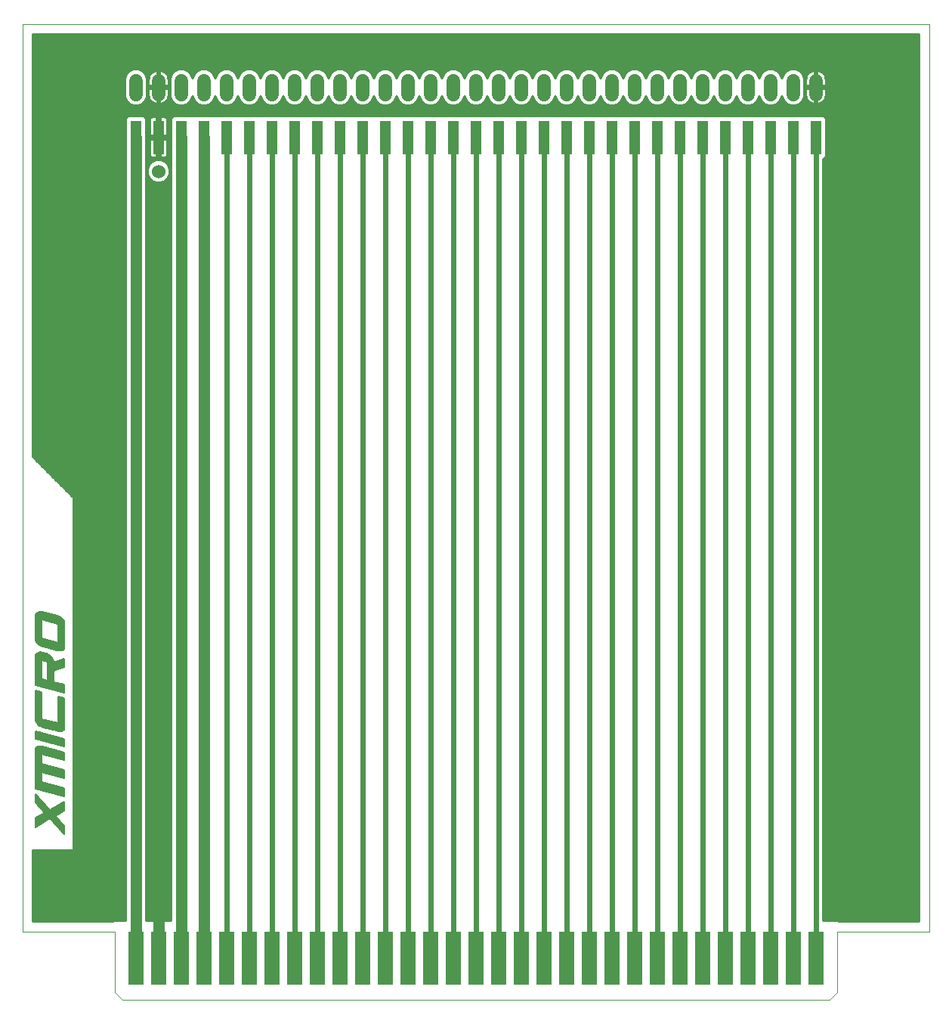
<source format=gtl>
G75*
G70*
%OFA0B0*%
%FSLAX24Y24*%
%IPPOS*%
%LPD*%
%AMOC8*
5,1,8,0,0,1.08239X$1,22.5*
%
%ADD10C,0.0000*%
%ADD11R,0.0650X0.2350*%
%ADD12C,0.0600*%
%ADD13R,0.0500X0.1500*%
%ADD14C,0.2500*%
%ADD15C,0.0120*%
%ADD16C,0.0500*%
%ADD17C,0.0600*%
%ADD18C,0.0060*%
%ADD19C,0.0240*%
D10*
X000180Y003100D02*
X004180Y003100D01*
X004250Y003100D01*
X004250Y000420D01*
X004570Y000100D01*
X035790Y000100D01*
X036110Y000420D01*
X036110Y003100D01*
X036180Y003100D01*
X040180Y003100D01*
X040180Y043100D01*
X000180Y043100D01*
X000180Y003100D01*
D11*
X005180Y001915D03*
X006180Y001915D03*
X007180Y001915D03*
X008180Y001915D03*
X009180Y001915D03*
X010180Y001915D03*
X011180Y001915D03*
X012180Y001915D03*
X013180Y001915D03*
X014180Y001915D03*
X015180Y001915D03*
X016180Y001915D03*
X017180Y001915D03*
X018180Y001915D03*
X019180Y001915D03*
X020180Y001915D03*
X021180Y001915D03*
X022180Y001915D03*
X023180Y001915D03*
X024180Y001915D03*
X025180Y001915D03*
X026180Y001915D03*
X027180Y001915D03*
X028180Y001915D03*
X029180Y001915D03*
X030180Y001915D03*
X031180Y001915D03*
X032180Y001915D03*
X033180Y001915D03*
X034180Y001915D03*
X035180Y001915D03*
D12*
X035180Y040005D02*
X035180Y040605D01*
X034180Y040605D02*
X034180Y040005D01*
X033180Y040005D02*
X033180Y040605D01*
X032180Y040605D02*
X032180Y040005D01*
X031180Y040005D02*
X031180Y040605D01*
X030180Y040605D02*
X030180Y040005D01*
X029180Y040005D02*
X029180Y040605D01*
X028180Y040605D02*
X028180Y040005D01*
X027180Y040005D02*
X027180Y040605D01*
X026180Y040605D02*
X026180Y040005D01*
X025180Y040005D02*
X025180Y040605D01*
X024180Y040605D02*
X024180Y040005D01*
X023180Y040005D02*
X023180Y040605D01*
X022180Y040605D02*
X022180Y040005D01*
X021180Y040005D02*
X021180Y040605D01*
X020180Y040605D02*
X020180Y040005D01*
X019180Y040005D02*
X019180Y040605D01*
X018180Y040605D02*
X018180Y040005D01*
X017180Y040005D02*
X017180Y040605D01*
X016180Y040605D02*
X016180Y040005D01*
X015180Y040005D02*
X015180Y040605D01*
X014180Y040605D02*
X014180Y040005D01*
X013180Y040005D02*
X013180Y040605D01*
X012180Y040605D02*
X012180Y040005D01*
X011180Y040005D02*
X011180Y040605D01*
X010180Y040605D02*
X010180Y040005D01*
X009180Y040005D02*
X009180Y040605D01*
X008180Y040605D02*
X008180Y040005D01*
X007180Y040005D02*
X007180Y040605D01*
X006180Y040605D02*
X006180Y040005D01*
X005180Y040005D02*
X005180Y040605D01*
D13*
X005180Y038100D03*
X006180Y038100D03*
X007180Y038100D03*
X008180Y038100D03*
X009180Y038100D03*
X010180Y038100D03*
X011180Y038100D03*
X012180Y038100D03*
X013180Y038100D03*
X014180Y038100D03*
X015180Y038100D03*
X016180Y038100D03*
X017180Y038100D03*
X018180Y038100D03*
X019180Y038100D03*
X020180Y038100D03*
X021180Y038100D03*
X022180Y038100D03*
X023180Y038100D03*
X024180Y038100D03*
X025180Y038100D03*
X026180Y038100D03*
X027180Y038100D03*
X028180Y038100D03*
X029180Y038100D03*
X030180Y038100D03*
X031180Y038100D03*
X032180Y038100D03*
X033180Y038100D03*
X034180Y038100D03*
X035180Y038100D03*
D14*
X038180Y041100D03*
X038180Y005100D03*
X002180Y005100D03*
X002180Y041100D03*
D15*
X000640Y041139D02*
X039720Y041139D01*
X039720Y041257D02*
X000640Y041257D01*
X000640Y041376D02*
X039720Y041376D01*
X039720Y041494D02*
X000640Y041494D01*
X000640Y041613D02*
X039720Y041613D01*
X039720Y041731D02*
X000640Y041731D01*
X000640Y041850D02*
X039720Y041850D01*
X039720Y041968D02*
X000640Y041968D01*
X000640Y042087D02*
X039720Y042087D01*
X039720Y042205D02*
X000640Y042205D01*
X000640Y042324D02*
X039720Y042324D01*
X039720Y042442D02*
X000640Y042442D01*
X000640Y042561D02*
X039720Y042561D01*
X039720Y042640D02*
X039720Y003560D01*
X036180Y003560D01*
X036180Y003600D01*
X035510Y003600D01*
X035510Y037140D01*
X035517Y037140D01*
X035640Y037263D01*
X035640Y038937D01*
X035517Y039060D01*
X034843Y039060D01*
X034517Y039060D01*
X006843Y039060D01*
X006720Y038937D01*
X006720Y003600D01*
X005640Y003600D01*
X005640Y038937D01*
X005517Y039060D01*
X004843Y039060D01*
X004720Y038937D01*
X004720Y003600D01*
X004180Y003600D01*
X004180Y003560D01*
X000640Y003560D01*
X000640Y006650D01*
X002430Y006650D01*
X002430Y022225D01*
X000640Y024015D01*
X000640Y042640D01*
X039720Y042640D01*
X039720Y041020D02*
X035379Y041020D01*
X035357Y041031D02*
X035288Y041054D01*
X035220Y041064D01*
X035220Y040345D01*
X035640Y040345D01*
X035640Y040641D01*
X035629Y040713D01*
X035606Y040782D01*
X035573Y040846D01*
X035531Y040905D01*
X035480Y040956D01*
X035421Y040998D01*
X035357Y041031D01*
X035220Y041020D02*
X035140Y041020D01*
X035140Y041064D02*
X035072Y041054D01*
X035003Y041031D01*
X034939Y040998D01*
X034880Y040956D01*
X034829Y040905D01*
X034787Y040846D01*
X034754Y040782D01*
X034731Y040713D01*
X034720Y040641D01*
X034720Y040345D01*
X035140Y040345D01*
X035140Y041064D01*
X035140Y040902D02*
X035220Y040902D01*
X035220Y040783D02*
X035140Y040783D01*
X035140Y040665D02*
X035220Y040665D01*
X035220Y040546D02*
X035140Y040546D01*
X035140Y040428D02*
X035220Y040428D01*
X035220Y040345D02*
X035140Y040345D01*
X035140Y040265D01*
X035220Y040265D01*
X035220Y040345D01*
X035220Y040309D02*
X039720Y040309D01*
X039720Y040191D02*
X035640Y040191D01*
X035640Y040265D02*
X035220Y040265D01*
X035220Y039546D01*
X035288Y039556D01*
X035357Y039579D01*
X035421Y039612D01*
X035480Y039654D01*
X035531Y039705D01*
X035573Y039764D01*
X035606Y039828D01*
X035629Y039897D01*
X035640Y039969D01*
X035640Y040265D01*
X035640Y040428D02*
X039720Y040428D01*
X039720Y040546D02*
X035640Y040546D01*
X035636Y040665D02*
X039720Y040665D01*
X039720Y040783D02*
X035606Y040783D01*
X035533Y040902D02*
X039720Y040902D01*
X039720Y040072D02*
X035640Y040072D01*
X035638Y039954D02*
X039720Y039954D01*
X039720Y039835D02*
X035608Y039835D01*
X035539Y039717D02*
X039720Y039717D01*
X039720Y039598D02*
X035395Y039598D01*
X035220Y039598D02*
X035140Y039598D01*
X035140Y039546D02*
X035140Y040265D01*
X034720Y040265D01*
X034720Y039969D01*
X034731Y039897D01*
X034754Y039828D01*
X034787Y039764D01*
X034829Y039705D01*
X034880Y039654D01*
X034939Y039612D01*
X035003Y039579D01*
X035072Y039556D01*
X035140Y039546D01*
X035140Y039717D02*
X035220Y039717D01*
X035220Y039835D02*
X035140Y039835D01*
X035140Y039954D02*
X035220Y039954D01*
X035220Y040072D02*
X035140Y040072D01*
X035140Y040191D02*
X035220Y040191D01*
X035140Y040309D02*
X034690Y040309D01*
X034690Y040191D02*
X034720Y040191D01*
X034720Y040072D02*
X034690Y040072D01*
X034690Y039954D02*
X034722Y039954D01*
X034690Y039904D02*
X034612Y039716D01*
X034469Y039573D01*
X034281Y039495D01*
X034079Y039495D01*
X033891Y039573D01*
X033748Y039716D01*
X033680Y039879D01*
X033612Y039716D01*
X033469Y039573D01*
X033281Y039495D01*
X033079Y039495D01*
X032891Y039573D01*
X032748Y039716D01*
X032680Y039879D01*
X032612Y039716D01*
X032469Y039573D01*
X032281Y039495D01*
X032079Y039495D01*
X031891Y039573D01*
X031748Y039716D01*
X031680Y039879D01*
X031612Y039716D01*
X031469Y039573D01*
X031281Y039495D01*
X031079Y039495D01*
X030891Y039573D01*
X030748Y039716D01*
X030680Y039879D01*
X030612Y039716D01*
X030469Y039573D01*
X030281Y039495D01*
X030079Y039495D01*
X029891Y039573D01*
X029748Y039716D01*
X029680Y039879D01*
X029612Y039716D01*
X029469Y039573D01*
X029281Y039495D01*
X029079Y039495D01*
X028891Y039573D01*
X028748Y039716D01*
X028680Y039879D01*
X028612Y039716D01*
X028469Y039573D01*
X028281Y039495D01*
X028079Y039495D01*
X027891Y039573D01*
X027748Y039716D01*
X027680Y039879D01*
X027612Y039716D01*
X027469Y039573D01*
X027281Y039495D01*
X027079Y039495D01*
X026891Y039573D01*
X026748Y039716D01*
X026680Y039879D01*
X026612Y039716D01*
X026469Y039573D01*
X026281Y039495D01*
X026079Y039495D01*
X025891Y039573D01*
X025748Y039716D01*
X025680Y039879D01*
X025612Y039716D01*
X025469Y039573D01*
X025281Y039495D01*
X025079Y039495D01*
X024891Y039573D01*
X024748Y039716D01*
X024680Y039879D01*
X024612Y039716D01*
X024469Y039573D01*
X024281Y039495D01*
X024079Y039495D01*
X023891Y039573D01*
X023748Y039716D01*
X023680Y039879D01*
X023612Y039716D01*
X023469Y039573D01*
X023281Y039495D01*
X023079Y039495D01*
X022891Y039573D01*
X022748Y039716D01*
X022680Y039879D01*
X022612Y039716D01*
X022469Y039573D01*
X022281Y039495D01*
X022079Y039495D01*
X021891Y039573D01*
X021748Y039716D01*
X021680Y039879D01*
X021612Y039716D01*
X021469Y039573D01*
X021281Y039495D01*
X021079Y039495D01*
X020891Y039573D01*
X020748Y039716D01*
X020680Y039879D01*
X020612Y039716D01*
X020469Y039573D01*
X020281Y039495D01*
X020079Y039495D01*
X019891Y039573D01*
X019748Y039716D01*
X019680Y039879D01*
X019612Y039716D01*
X019469Y039573D01*
X019281Y039495D01*
X019079Y039495D01*
X018891Y039573D01*
X018748Y039716D01*
X018680Y039879D01*
X018612Y039716D01*
X018469Y039573D01*
X018281Y039495D01*
X018079Y039495D01*
X017891Y039573D01*
X017748Y039716D01*
X017680Y039879D01*
X017612Y039716D01*
X017469Y039573D01*
X017281Y039495D01*
X017079Y039495D01*
X016891Y039573D01*
X016748Y039716D01*
X016680Y039879D01*
X016612Y039716D01*
X016469Y039573D01*
X016281Y039495D01*
X016079Y039495D01*
X015891Y039573D01*
X015748Y039716D01*
X015680Y039879D01*
X015612Y039716D01*
X015469Y039573D01*
X015281Y039495D01*
X015079Y039495D01*
X014891Y039573D01*
X014748Y039716D01*
X014680Y039879D01*
X014612Y039716D01*
X014469Y039573D01*
X014281Y039495D01*
X014079Y039495D01*
X013891Y039573D01*
X013748Y039716D01*
X013680Y039879D01*
X013612Y039716D01*
X013469Y039573D01*
X013281Y039495D01*
X013079Y039495D01*
X012891Y039573D01*
X012748Y039716D01*
X012680Y039879D01*
X012612Y039716D01*
X012469Y039573D01*
X012281Y039495D01*
X012079Y039495D01*
X011891Y039573D01*
X011748Y039716D01*
X011680Y039879D01*
X011612Y039716D01*
X011469Y039573D01*
X011281Y039495D01*
X011079Y039495D01*
X010891Y039573D01*
X010748Y039716D01*
X010680Y039879D01*
X010612Y039716D01*
X010469Y039573D01*
X010281Y039495D01*
X010079Y039495D01*
X009891Y039573D01*
X009748Y039716D01*
X009680Y039879D01*
X009612Y039716D01*
X009469Y039573D01*
X009281Y039495D01*
X009079Y039495D01*
X008891Y039573D01*
X008748Y039716D01*
X008680Y039879D01*
X008612Y039716D01*
X008469Y039573D01*
X008281Y039495D01*
X008079Y039495D01*
X007891Y039573D01*
X007748Y039716D01*
X007680Y039879D01*
X007612Y039716D01*
X007469Y039573D01*
X007281Y039495D01*
X007079Y039495D01*
X006891Y039573D01*
X006748Y039716D01*
X006670Y039904D01*
X006670Y040706D01*
X006748Y040894D01*
X006891Y041037D01*
X007079Y041115D01*
X007281Y041115D01*
X007469Y041037D01*
X007612Y040894D01*
X007680Y040731D01*
X007748Y040894D01*
X007891Y041037D01*
X008079Y041115D01*
X008281Y041115D01*
X008469Y041037D01*
X008612Y040894D01*
X008680Y040731D01*
X008748Y040894D01*
X008891Y041037D01*
X009079Y041115D01*
X009281Y041115D01*
X009469Y041037D01*
X009612Y040894D01*
X009680Y040731D01*
X009748Y040894D01*
X009891Y041037D01*
X010079Y041115D01*
X010281Y041115D01*
X010469Y041037D01*
X010612Y040894D01*
X010680Y040731D01*
X010748Y040894D01*
X010891Y041037D01*
X011079Y041115D01*
X011281Y041115D01*
X011469Y041037D01*
X011612Y040894D01*
X011680Y040731D01*
X011748Y040894D01*
X011891Y041037D01*
X012079Y041115D01*
X012281Y041115D01*
X012469Y041037D01*
X012612Y040894D01*
X012680Y040731D01*
X012748Y040894D01*
X012891Y041037D01*
X013079Y041115D01*
X013281Y041115D01*
X013469Y041037D01*
X013612Y040894D01*
X013680Y040731D01*
X013748Y040894D01*
X013891Y041037D01*
X014079Y041115D01*
X014281Y041115D01*
X014469Y041037D01*
X014612Y040894D01*
X014680Y040731D01*
X014748Y040894D01*
X014891Y041037D01*
X015079Y041115D01*
X015281Y041115D01*
X015469Y041037D01*
X015612Y040894D01*
X015680Y040731D01*
X015748Y040894D01*
X015891Y041037D01*
X016079Y041115D01*
X016281Y041115D01*
X016469Y041037D01*
X016612Y040894D01*
X016680Y040731D01*
X016748Y040894D01*
X016891Y041037D01*
X017079Y041115D01*
X017281Y041115D01*
X017469Y041037D01*
X017612Y040894D01*
X017680Y040731D01*
X017748Y040894D01*
X017891Y041037D01*
X018079Y041115D01*
X018281Y041115D01*
X018469Y041037D01*
X018612Y040894D01*
X018680Y040731D01*
X018748Y040894D01*
X018891Y041037D01*
X019079Y041115D01*
X019281Y041115D01*
X019469Y041037D01*
X019612Y040894D01*
X019680Y040731D01*
X019748Y040894D01*
X019891Y041037D01*
X020079Y041115D01*
X020281Y041115D01*
X020469Y041037D01*
X020612Y040894D01*
X020680Y040731D01*
X020748Y040894D01*
X020891Y041037D01*
X021079Y041115D01*
X021281Y041115D01*
X021469Y041037D01*
X021612Y040894D01*
X021680Y040731D01*
X021748Y040894D01*
X021891Y041037D01*
X022079Y041115D01*
X022281Y041115D01*
X022469Y041037D01*
X022612Y040894D01*
X022680Y040731D01*
X022748Y040894D01*
X022891Y041037D01*
X023079Y041115D01*
X023281Y041115D01*
X023469Y041037D01*
X023612Y040894D01*
X023680Y040731D01*
X023748Y040894D01*
X023891Y041037D01*
X024079Y041115D01*
X024281Y041115D01*
X024469Y041037D01*
X024612Y040894D01*
X024680Y040731D01*
X024748Y040894D01*
X024891Y041037D01*
X025079Y041115D01*
X025281Y041115D01*
X025469Y041037D01*
X025612Y040894D01*
X025680Y040731D01*
X025748Y040894D01*
X025891Y041037D01*
X026079Y041115D01*
X026281Y041115D01*
X026469Y041037D01*
X026612Y040894D01*
X026680Y040731D01*
X026748Y040894D01*
X026891Y041037D01*
X027079Y041115D01*
X027281Y041115D01*
X027469Y041037D01*
X027612Y040894D01*
X027680Y040731D01*
X027748Y040894D01*
X027891Y041037D01*
X028079Y041115D01*
X028281Y041115D01*
X028469Y041037D01*
X028612Y040894D01*
X028680Y040731D01*
X028748Y040894D01*
X028891Y041037D01*
X029079Y041115D01*
X029281Y041115D01*
X029469Y041037D01*
X029612Y040894D01*
X029680Y040731D01*
X029748Y040894D01*
X029891Y041037D01*
X030079Y041115D01*
X030281Y041115D01*
X030469Y041037D01*
X030612Y040894D01*
X030680Y040731D01*
X030748Y040894D01*
X030891Y041037D01*
X031079Y041115D01*
X031281Y041115D01*
X031469Y041037D01*
X031612Y040894D01*
X031680Y040731D01*
X031748Y040894D01*
X031891Y041037D01*
X032079Y041115D01*
X032281Y041115D01*
X032469Y041037D01*
X032612Y040894D01*
X032680Y040731D01*
X032748Y040894D01*
X032891Y041037D01*
X033079Y041115D01*
X033281Y041115D01*
X033469Y041037D01*
X033612Y040894D01*
X033680Y040731D01*
X033748Y040894D01*
X033891Y041037D01*
X034079Y041115D01*
X034281Y041115D01*
X034469Y041037D01*
X034612Y040894D01*
X034690Y040706D01*
X034690Y039904D01*
X034662Y039835D02*
X034752Y039835D01*
X034821Y039717D02*
X034613Y039717D01*
X034494Y039598D02*
X034965Y039598D01*
X035571Y039006D02*
X039720Y039006D01*
X039720Y039124D02*
X000640Y039124D01*
X000640Y039006D02*
X004789Y039006D01*
X004720Y038887D02*
X000640Y038887D01*
X000640Y038769D02*
X004720Y038769D01*
X004720Y038650D02*
X000640Y038650D01*
X000640Y038532D02*
X004720Y038532D01*
X004720Y038413D02*
X000640Y038413D01*
X000640Y038295D02*
X004720Y038295D01*
X004720Y038176D02*
X000640Y038176D01*
X000640Y038058D02*
X004720Y038058D01*
X004720Y037939D02*
X000640Y037939D01*
X000640Y037821D02*
X004720Y037821D01*
X004720Y037702D02*
X000640Y037702D01*
X000640Y037584D02*
X004720Y037584D01*
X004720Y037465D02*
X000640Y037465D01*
X000640Y037347D02*
X004720Y037347D01*
X004720Y037228D02*
X000640Y037228D01*
X000640Y037110D02*
X004720Y037110D01*
X004720Y036991D02*
X000640Y036991D01*
X000640Y036873D02*
X004720Y036873D01*
X004720Y036754D02*
X000640Y036754D01*
X000640Y036636D02*
X004720Y036636D01*
X004720Y036517D02*
X000640Y036517D01*
X000640Y036399D02*
X004720Y036399D01*
X004720Y036280D02*
X000640Y036280D01*
X000640Y036162D02*
X004720Y036162D01*
X004720Y036043D02*
X000640Y036043D01*
X000640Y035925D02*
X004720Y035925D01*
X004720Y035806D02*
X000640Y035806D01*
X000640Y035688D02*
X004720Y035688D01*
X004720Y035569D02*
X000640Y035569D01*
X000640Y035451D02*
X004720Y035451D01*
X004720Y035332D02*
X000640Y035332D01*
X000640Y035214D02*
X004720Y035214D01*
X004720Y035095D02*
X000640Y035095D01*
X000640Y034977D02*
X004720Y034977D01*
X004720Y034858D02*
X000640Y034858D01*
X000640Y034740D02*
X004720Y034740D01*
X004720Y034621D02*
X000640Y034621D01*
X000640Y034503D02*
X004720Y034503D01*
X004720Y034384D02*
X000640Y034384D01*
X000640Y034266D02*
X004720Y034266D01*
X004720Y034147D02*
X000640Y034147D01*
X000640Y034029D02*
X004720Y034029D01*
X004720Y033910D02*
X000640Y033910D01*
X000640Y033792D02*
X004720Y033792D01*
X004720Y033673D02*
X000640Y033673D01*
X000640Y033555D02*
X004720Y033555D01*
X004720Y033436D02*
X000640Y033436D01*
X000640Y033318D02*
X004720Y033318D01*
X004720Y033199D02*
X000640Y033199D01*
X000640Y033081D02*
X004720Y033081D01*
X004720Y032962D02*
X000640Y032962D01*
X000640Y032844D02*
X004720Y032844D01*
X004720Y032725D02*
X000640Y032725D01*
X000640Y032607D02*
X004720Y032607D01*
X004720Y032488D02*
X000640Y032488D01*
X000640Y032370D02*
X004720Y032370D01*
X004720Y032251D02*
X000640Y032251D01*
X000640Y032133D02*
X004720Y032133D01*
X004720Y032014D02*
X000640Y032014D01*
X000640Y031896D02*
X004720Y031896D01*
X004720Y031777D02*
X000640Y031777D01*
X000640Y031659D02*
X004720Y031659D01*
X004720Y031540D02*
X000640Y031540D01*
X000640Y031422D02*
X004720Y031422D01*
X004720Y031303D02*
X000640Y031303D01*
X000640Y031185D02*
X004720Y031185D01*
X004720Y031066D02*
X000640Y031066D01*
X000640Y030948D02*
X004720Y030948D01*
X004720Y030829D02*
X000640Y030829D01*
X000640Y030711D02*
X004720Y030711D01*
X004720Y030592D02*
X000640Y030592D01*
X000640Y030474D02*
X004720Y030474D01*
X004720Y030355D02*
X000640Y030355D01*
X000640Y030237D02*
X004720Y030237D01*
X004720Y030118D02*
X000640Y030118D01*
X000640Y030000D02*
X004720Y030000D01*
X004720Y029881D02*
X000640Y029881D01*
X000640Y029763D02*
X004720Y029763D01*
X004720Y029644D02*
X000640Y029644D01*
X000640Y029526D02*
X004720Y029526D01*
X004720Y029407D02*
X000640Y029407D01*
X000640Y029289D02*
X004720Y029289D01*
X004720Y029170D02*
X000640Y029170D01*
X000640Y029052D02*
X004720Y029052D01*
X004720Y028933D02*
X000640Y028933D01*
X000640Y028815D02*
X004720Y028815D01*
X004720Y028696D02*
X000640Y028696D01*
X000640Y028578D02*
X004720Y028578D01*
X004720Y028459D02*
X000640Y028459D01*
X000640Y028341D02*
X004720Y028341D01*
X004720Y028222D02*
X000640Y028222D01*
X000640Y028104D02*
X004720Y028104D01*
X004720Y027985D02*
X000640Y027985D01*
X000640Y027867D02*
X004720Y027867D01*
X004720Y027748D02*
X000640Y027748D01*
X000640Y027630D02*
X004720Y027630D01*
X004720Y027511D02*
X000640Y027511D01*
X000640Y027393D02*
X004720Y027393D01*
X004720Y027274D02*
X000640Y027274D01*
X000640Y027156D02*
X004720Y027156D01*
X004720Y027037D02*
X000640Y027037D01*
X000640Y026919D02*
X004720Y026919D01*
X004720Y026800D02*
X000640Y026800D01*
X000640Y026682D02*
X004720Y026682D01*
X004720Y026563D02*
X000640Y026563D01*
X000640Y026445D02*
X004720Y026445D01*
X004720Y026326D02*
X000640Y026326D01*
X000640Y026208D02*
X004720Y026208D01*
X004720Y026089D02*
X000640Y026089D01*
X000640Y025971D02*
X004720Y025971D01*
X004720Y025852D02*
X000640Y025852D01*
X000640Y025734D02*
X004720Y025734D01*
X004720Y025615D02*
X000640Y025615D01*
X000640Y025497D02*
X004720Y025497D01*
X004720Y025378D02*
X000640Y025378D01*
X000640Y025260D02*
X004720Y025260D01*
X004720Y025141D02*
X000640Y025141D01*
X000640Y025023D02*
X004720Y025023D01*
X004720Y024904D02*
X000640Y024904D01*
X000640Y024786D02*
X004720Y024786D01*
X004720Y024667D02*
X000640Y024667D01*
X000640Y024549D02*
X004720Y024549D01*
X004720Y024430D02*
X000640Y024430D01*
X000640Y024312D02*
X004720Y024312D01*
X004720Y024193D02*
X000640Y024193D01*
X000640Y024075D02*
X004720Y024075D01*
X004720Y023956D02*
X000699Y023956D01*
X000817Y023838D02*
X004720Y023838D01*
X004720Y023719D02*
X000936Y023719D01*
X001054Y023601D02*
X004720Y023601D01*
X004720Y023482D02*
X001173Y023482D01*
X001291Y023364D02*
X004720Y023364D01*
X004720Y023245D02*
X001410Y023245D01*
X001528Y023127D02*
X004720Y023127D01*
X004720Y023008D02*
X001647Y023008D01*
X001765Y022890D02*
X004720Y022890D01*
X004720Y022771D02*
X001884Y022771D01*
X002002Y022653D02*
X004720Y022653D01*
X004720Y022534D02*
X002121Y022534D01*
X002239Y022416D02*
X004720Y022416D01*
X004720Y022297D02*
X002358Y022297D01*
X002430Y022179D02*
X004720Y022179D01*
X004720Y022060D02*
X002430Y022060D01*
X002430Y021942D02*
X004720Y021942D01*
X004720Y021823D02*
X002430Y021823D01*
X002430Y021705D02*
X004720Y021705D01*
X004720Y021586D02*
X002430Y021586D01*
X002430Y021468D02*
X004720Y021468D01*
X004720Y021349D02*
X002430Y021349D01*
X002430Y021231D02*
X004720Y021231D01*
X004720Y021112D02*
X002430Y021112D01*
X002430Y020994D02*
X004720Y020994D01*
X004720Y020875D02*
X002430Y020875D01*
X002430Y020757D02*
X004720Y020757D01*
X004720Y020638D02*
X002430Y020638D01*
X002430Y020520D02*
X004720Y020520D01*
X004720Y020401D02*
X002430Y020401D01*
X002430Y020283D02*
X004720Y020283D01*
X004720Y020164D02*
X002430Y020164D01*
X002430Y020046D02*
X004720Y020046D01*
X004720Y019927D02*
X002430Y019927D01*
X002430Y019809D02*
X004720Y019809D01*
X004720Y019690D02*
X002430Y019690D01*
X002430Y019572D02*
X004720Y019572D01*
X004720Y019453D02*
X002430Y019453D01*
X002430Y019335D02*
X004720Y019335D01*
X004720Y019216D02*
X002430Y019216D01*
X002430Y019098D02*
X004720Y019098D01*
X004720Y018979D02*
X002430Y018979D01*
X002430Y018861D02*
X004720Y018861D01*
X004720Y018742D02*
X002430Y018742D01*
X002430Y018624D02*
X004720Y018624D01*
X004720Y018505D02*
X002430Y018505D01*
X002430Y018387D02*
X004720Y018387D01*
X004720Y018268D02*
X002430Y018268D01*
X002430Y018150D02*
X004720Y018150D01*
X004720Y018031D02*
X002430Y018031D01*
X002430Y017913D02*
X004720Y017913D01*
X004720Y017794D02*
X002430Y017794D01*
X002430Y017676D02*
X004720Y017676D01*
X004720Y017557D02*
X002430Y017557D01*
X002430Y017439D02*
X004720Y017439D01*
X004720Y017320D02*
X002430Y017320D01*
X002430Y017202D02*
X004720Y017202D01*
X004720Y017083D02*
X002430Y017083D01*
X002430Y016965D02*
X004720Y016965D01*
X004720Y016846D02*
X002430Y016846D01*
X002430Y016728D02*
X004720Y016728D01*
X004720Y016609D02*
X002430Y016609D01*
X002430Y016491D02*
X004720Y016491D01*
X004720Y016372D02*
X002430Y016372D01*
X002430Y016254D02*
X004720Y016254D01*
X004720Y016135D02*
X002430Y016135D01*
X002430Y016017D02*
X004720Y016017D01*
X004720Y015898D02*
X002430Y015898D01*
X002430Y015780D02*
X004720Y015780D01*
X004720Y015661D02*
X002430Y015661D01*
X002430Y015543D02*
X004720Y015543D01*
X004720Y015424D02*
X002430Y015424D01*
X002430Y015306D02*
X004720Y015306D01*
X004720Y015187D02*
X002430Y015187D01*
X002430Y015069D02*
X004720Y015069D01*
X004720Y014950D02*
X002430Y014950D01*
X002430Y014832D02*
X004720Y014832D01*
X004720Y014713D02*
X002430Y014713D01*
X002430Y014595D02*
X004720Y014595D01*
X004720Y014476D02*
X002430Y014476D01*
X002430Y014358D02*
X004720Y014358D01*
X004720Y014239D02*
X002430Y014239D01*
X002430Y014121D02*
X004720Y014121D01*
X004720Y014002D02*
X002430Y014002D01*
X002430Y013884D02*
X004720Y013884D01*
X004720Y013765D02*
X002430Y013765D01*
X002430Y013647D02*
X004720Y013647D01*
X004720Y013528D02*
X002430Y013528D01*
X002430Y013410D02*
X004720Y013410D01*
X004720Y013291D02*
X002430Y013291D01*
X002430Y013173D02*
X004720Y013173D01*
X004720Y013054D02*
X002430Y013054D01*
X002430Y012936D02*
X004720Y012936D01*
X004720Y012817D02*
X002430Y012817D01*
X002430Y012699D02*
X004720Y012699D01*
X004720Y012580D02*
X002430Y012580D01*
X002430Y012462D02*
X004720Y012462D01*
X004720Y012343D02*
X002430Y012343D01*
X002430Y012225D02*
X004720Y012225D01*
X004720Y012106D02*
X002430Y012106D01*
X002430Y011988D02*
X004720Y011988D01*
X004720Y011869D02*
X002430Y011869D01*
X002430Y011751D02*
X004720Y011751D01*
X004720Y011632D02*
X002430Y011632D01*
X002430Y011514D02*
X004720Y011514D01*
X004720Y011395D02*
X002430Y011395D01*
X002430Y011277D02*
X004720Y011277D01*
X004720Y011158D02*
X002430Y011158D01*
X002430Y011040D02*
X004720Y011040D01*
X004720Y010921D02*
X002430Y010921D01*
X002430Y010803D02*
X004720Y010803D01*
X004720Y010684D02*
X002430Y010684D01*
X002430Y010566D02*
X004720Y010566D01*
X004720Y010447D02*
X002430Y010447D01*
X002430Y010329D02*
X004720Y010329D01*
X004720Y010210D02*
X002430Y010210D01*
X002430Y010092D02*
X004720Y010092D01*
X004720Y009973D02*
X002430Y009973D01*
X002430Y009855D02*
X004720Y009855D01*
X004720Y009736D02*
X002430Y009736D01*
X002430Y009618D02*
X004720Y009618D01*
X004720Y009499D02*
X002430Y009499D01*
X002430Y009381D02*
X004720Y009381D01*
X004720Y009262D02*
X002430Y009262D01*
X002430Y009144D02*
X004720Y009144D01*
X004720Y009025D02*
X002430Y009025D01*
X002430Y008907D02*
X004720Y008907D01*
X004720Y008788D02*
X002430Y008788D01*
X002430Y008670D02*
X004720Y008670D01*
X004720Y008551D02*
X002430Y008551D01*
X002430Y008433D02*
X004720Y008433D01*
X004720Y008314D02*
X002430Y008314D01*
X002430Y008196D02*
X004720Y008196D01*
X004720Y008077D02*
X002430Y008077D01*
X002430Y007959D02*
X004720Y007959D01*
X004720Y007840D02*
X002430Y007840D01*
X002430Y007722D02*
X004720Y007722D01*
X004720Y007603D02*
X002430Y007603D01*
X002430Y007485D02*
X004720Y007485D01*
X004720Y007366D02*
X002430Y007366D01*
X002430Y007248D02*
X004720Y007248D01*
X004720Y007129D02*
X002430Y007129D01*
X002430Y007011D02*
X004720Y007011D01*
X004720Y006892D02*
X002430Y006892D01*
X002430Y006774D02*
X004720Y006774D01*
X004720Y006655D02*
X002430Y006655D01*
X000640Y006537D02*
X004720Y006537D01*
X004720Y006418D02*
X000640Y006418D01*
X000640Y006300D02*
X004720Y006300D01*
X004720Y006181D02*
X000640Y006181D01*
X000640Y006063D02*
X004720Y006063D01*
X004720Y005944D02*
X000640Y005944D01*
X000640Y005826D02*
X004720Y005826D01*
X004720Y005707D02*
X000640Y005707D01*
X000640Y005589D02*
X004720Y005589D01*
X004720Y005470D02*
X000640Y005470D01*
X000640Y005352D02*
X004720Y005352D01*
X004720Y005233D02*
X000640Y005233D01*
X000640Y005115D02*
X004720Y005115D01*
X004720Y004996D02*
X000640Y004996D01*
X000640Y004878D02*
X004720Y004878D01*
X004720Y004759D02*
X000640Y004759D01*
X000640Y004641D02*
X004720Y004641D01*
X004720Y004522D02*
X000640Y004522D01*
X000640Y004404D02*
X004720Y004404D01*
X004720Y004285D02*
X000640Y004285D01*
X000640Y004167D02*
X004720Y004167D01*
X004720Y004048D02*
X000640Y004048D01*
X000640Y003930D02*
X004720Y003930D01*
X004720Y003811D02*
X000640Y003811D01*
X000640Y003693D02*
X004720Y003693D01*
X004180Y003574D02*
X000640Y003574D01*
X005640Y003693D02*
X006720Y003693D01*
X006720Y003811D02*
X005640Y003811D01*
X005640Y003930D02*
X006720Y003930D01*
X006720Y004048D02*
X005640Y004048D01*
X005640Y004167D02*
X006720Y004167D01*
X006720Y004285D02*
X005640Y004285D01*
X005640Y004404D02*
X006720Y004404D01*
X006720Y004522D02*
X005640Y004522D01*
X005640Y004641D02*
X006720Y004641D01*
X006720Y004759D02*
X005640Y004759D01*
X005640Y004878D02*
X006720Y004878D01*
X006720Y004996D02*
X005640Y004996D01*
X005640Y005115D02*
X006720Y005115D01*
X006720Y005233D02*
X005640Y005233D01*
X005640Y005352D02*
X006720Y005352D01*
X006720Y005470D02*
X005640Y005470D01*
X005640Y005589D02*
X006720Y005589D01*
X006720Y005707D02*
X005640Y005707D01*
X005640Y005826D02*
X006720Y005826D01*
X006720Y005944D02*
X005640Y005944D01*
X005640Y006063D02*
X006720Y006063D01*
X006720Y006181D02*
X005640Y006181D01*
X005640Y006300D02*
X006720Y006300D01*
X006720Y006418D02*
X005640Y006418D01*
X005640Y006537D02*
X006720Y006537D01*
X006720Y006655D02*
X005640Y006655D01*
X005640Y006774D02*
X006720Y006774D01*
X006720Y006892D02*
X005640Y006892D01*
X005640Y007011D02*
X006720Y007011D01*
X006720Y007129D02*
X005640Y007129D01*
X005640Y007248D02*
X006720Y007248D01*
X006720Y007366D02*
X005640Y007366D01*
X005640Y007485D02*
X006720Y007485D01*
X006720Y007603D02*
X005640Y007603D01*
X005640Y007722D02*
X006720Y007722D01*
X006720Y007840D02*
X005640Y007840D01*
X005640Y007959D02*
X006720Y007959D01*
X006720Y008077D02*
X005640Y008077D01*
X005640Y008196D02*
X006720Y008196D01*
X006720Y008314D02*
X005640Y008314D01*
X005640Y008433D02*
X006720Y008433D01*
X006720Y008551D02*
X005640Y008551D01*
X005640Y008670D02*
X006720Y008670D01*
X006720Y008788D02*
X005640Y008788D01*
X005640Y008907D02*
X006720Y008907D01*
X006720Y009025D02*
X005640Y009025D01*
X005640Y009144D02*
X006720Y009144D01*
X006720Y009262D02*
X005640Y009262D01*
X005640Y009381D02*
X006720Y009381D01*
X006720Y009499D02*
X005640Y009499D01*
X005640Y009618D02*
X006720Y009618D01*
X006720Y009736D02*
X005640Y009736D01*
X005640Y009855D02*
X006720Y009855D01*
X006720Y009973D02*
X005640Y009973D01*
X005640Y010092D02*
X006720Y010092D01*
X006720Y010210D02*
X005640Y010210D01*
X005640Y010329D02*
X006720Y010329D01*
X006720Y010447D02*
X005640Y010447D01*
X005640Y010566D02*
X006720Y010566D01*
X006720Y010684D02*
X005640Y010684D01*
X005640Y010803D02*
X006720Y010803D01*
X006720Y010921D02*
X005640Y010921D01*
X005640Y011040D02*
X006720Y011040D01*
X006720Y011158D02*
X005640Y011158D01*
X005640Y011277D02*
X006720Y011277D01*
X006720Y011395D02*
X005640Y011395D01*
X005640Y011514D02*
X006720Y011514D01*
X006720Y011632D02*
X005640Y011632D01*
X005640Y011751D02*
X006720Y011751D01*
X006720Y011869D02*
X005640Y011869D01*
X005640Y011988D02*
X006720Y011988D01*
X006720Y012106D02*
X005640Y012106D01*
X005640Y012225D02*
X006720Y012225D01*
X006720Y012343D02*
X005640Y012343D01*
X005640Y012462D02*
X006720Y012462D01*
X006720Y012580D02*
X005640Y012580D01*
X005640Y012699D02*
X006720Y012699D01*
X006720Y012817D02*
X005640Y012817D01*
X005640Y012936D02*
X006720Y012936D01*
X006720Y013054D02*
X005640Y013054D01*
X005640Y013173D02*
X006720Y013173D01*
X006720Y013291D02*
X005640Y013291D01*
X005640Y013410D02*
X006720Y013410D01*
X006720Y013528D02*
X005640Y013528D01*
X005640Y013647D02*
X006720Y013647D01*
X006720Y013765D02*
X005640Y013765D01*
X005640Y013884D02*
X006720Y013884D01*
X006720Y014002D02*
X005640Y014002D01*
X005640Y014121D02*
X006720Y014121D01*
X006720Y014239D02*
X005640Y014239D01*
X005640Y014358D02*
X006720Y014358D01*
X006720Y014476D02*
X005640Y014476D01*
X005640Y014595D02*
X006720Y014595D01*
X006720Y014713D02*
X005640Y014713D01*
X005640Y014832D02*
X006720Y014832D01*
X006720Y014950D02*
X005640Y014950D01*
X005640Y015069D02*
X006720Y015069D01*
X006720Y015187D02*
X005640Y015187D01*
X005640Y015306D02*
X006720Y015306D01*
X006720Y015424D02*
X005640Y015424D01*
X005640Y015543D02*
X006720Y015543D01*
X006720Y015661D02*
X005640Y015661D01*
X005640Y015780D02*
X006720Y015780D01*
X006720Y015898D02*
X005640Y015898D01*
X005640Y016017D02*
X006720Y016017D01*
X006720Y016135D02*
X005640Y016135D01*
X005640Y016254D02*
X006720Y016254D01*
X006720Y016372D02*
X005640Y016372D01*
X005640Y016491D02*
X006720Y016491D01*
X006720Y016609D02*
X005640Y016609D01*
X005640Y016728D02*
X006720Y016728D01*
X006720Y016846D02*
X005640Y016846D01*
X005640Y016965D02*
X006720Y016965D01*
X006720Y017083D02*
X005640Y017083D01*
X005640Y017202D02*
X006720Y017202D01*
X006720Y017320D02*
X005640Y017320D01*
X005640Y017439D02*
X006720Y017439D01*
X006720Y017557D02*
X005640Y017557D01*
X005640Y017676D02*
X006720Y017676D01*
X006720Y017794D02*
X005640Y017794D01*
X005640Y017913D02*
X006720Y017913D01*
X006720Y018031D02*
X005640Y018031D01*
X005640Y018150D02*
X006720Y018150D01*
X006720Y018268D02*
X005640Y018268D01*
X005640Y018387D02*
X006720Y018387D01*
X006720Y018505D02*
X005640Y018505D01*
X005640Y018624D02*
X006720Y018624D01*
X006720Y018742D02*
X005640Y018742D01*
X005640Y018861D02*
X006720Y018861D01*
X006720Y018979D02*
X005640Y018979D01*
X005640Y019098D02*
X006720Y019098D01*
X006720Y019216D02*
X005640Y019216D01*
X005640Y019335D02*
X006720Y019335D01*
X006720Y019453D02*
X005640Y019453D01*
X005640Y019572D02*
X006720Y019572D01*
X006720Y019690D02*
X005640Y019690D01*
X005640Y019809D02*
X006720Y019809D01*
X006720Y019927D02*
X005640Y019927D01*
X005640Y020046D02*
X006720Y020046D01*
X006720Y020164D02*
X005640Y020164D01*
X005640Y020283D02*
X006720Y020283D01*
X006720Y020401D02*
X005640Y020401D01*
X005640Y020520D02*
X006720Y020520D01*
X006720Y020638D02*
X005640Y020638D01*
X005640Y020757D02*
X006720Y020757D01*
X006720Y020875D02*
X005640Y020875D01*
X005640Y020994D02*
X006720Y020994D01*
X006720Y021112D02*
X005640Y021112D01*
X005640Y021231D02*
X006720Y021231D01*
X006720Y021349D02*
X005640Y021349D01*
X005640Y021468D02*
X006720Y021468D01*
X006720Y021586D02*
X005640Y021586D01*
X005640Y021705D02*
X006720Y021705D01*
X006720Y021823D02*
X005640Y021823D01*
X005640Y021942D02*
X006720Y021942D01*
X006720Y022060D02*
X005640Y022060D01*
X005640Y022179D02*
X006720Y022179D01*
X006720Y022297D02*
X005640Y022297D01*
X005640Y022416D02*
X006720Y022416D01*
X006720Y022534D02*
X005640Y022534D01*
X005640Y022653D02*
X006720Y022653D01*
X006720Y022771D02*
X005640Y022771D01*
X005640Y022890D02*
X006720Y022890D01*
X006720Y023008D02*
X005640Y023008D01*
X005640Y023127D02*
X006720Y023127D01*
X006720Y023245D02*
X005640Y023245D01*
X005640Y023364D02*
X006720Y023364D01*
X006720Y023482D02*
X005640Y023482D01*
X005640Y023601D02*
X006720Y023601D01*
X006720Y023719D02*
X005640Y023719D01*
X005640Y023838D02*
X006720Y023838D01*
X006720Y023956D02*
X005640Y023956D01*
X005640Y024075D02*
X006720Y024075D01*
X006720Y024193D02*
X005640Y024193D01*
X005640Y024312D02*
X006720Y024312D01*
X006720Y024430D02*
X005640Y024430D01*
X005640Y024549D02*
X006720Y024549D01*
X006720Y024667D02*
X005640Y024667D01*
X005640Y024786D02*
X006720Y024786D01*
X006720Y024904D02*
X005640Y024904D01*
X005640Y025023D02*
X006720Y025023D01*
X006720Y025141D02*
X005640Y025141D01*
X005640Y025260D02*
X006720Y025260D01*
X006720Y025378D02*
X005640Y025378D01*
X005640Y025497D02*
X006720Y025497D01*
X006720Y025615D02*
X005640Y025615D01*
X005640Y025734D02*
X006720Y025734D01*
X006720Y025852D02*
X005640Y025852D01*
X005640Y025971D02*
X006720Y025971D01*
X006720Y026089D02*
X005640Y026089D01*
X005640Y026208D02*
X006720Y026208D01*
X006720Y026326D02*
X005640Y026326D01*
X005640Y026445D02*
X006720Y026445D01*
X006720Y026563D02*
X005640Y026563D01*
X005640Y026682D02*
X006720Y026682D01*
X006720Y026800D02*
X005640Y026800D01*
X005640Y026919D02*
X006720Y026919D01*
X006720Y027037D02*
X005640Y027037D01*
X005640Y027156D02*
X006720Y027156D01*
X006720Y027274D02*
X005640Y027274D01*
X005640Y027393D02*
X006720Y027393D01*
X006720Y027511D02*
X005640Y027511D01*
X005640Y027630D02*
X006720Y027630D01*
X006720Y027748D02*
X005640Y027748D01*
X005640Y027867D02*
X006720Y027867D01*
X006720Y027985D02*
X005640Y027985D01*
X005640Y028104D02*
X006720Y028104D01*
X006720Y028222D02*
X005640Y028222D01*
X005640Y028341D02*
X006720Y028341D01*
X006720Y028459D02*
X005640Y028459D01*
X005640Y028578D02*
X006720Y028578D01*
X006720Y028696D02*
X005640Y028696D01*
X005640Y028815D02*
X006720Y028815D01*
X006720Y028933D02*
X005640Y028933D01*
X005640Y029052D02*
X006720Y029052D01*
X006720Y029170D02*
X005640Y029170D01*
X005640Y029289D02*
X006720Y029289D01*
X006720Y029407D02*
X005640Y029407D01*
X005640Y029526D02*
X006720Y029526D01*
X006720Y029644D02*
X005640Y029644D01*
X005640Y029763D02*
X006720Y029763D01*
X006720Y029881D02*
X005640Y029881D01*
X005640Y030000D02*
X006720Y030000D01*
X006720Y030118D02*
X005640Y030118D01*
X005640Y030237D02*
X006720Y030237D01*
X006720Y030355D02*
X005640Y030355D01*
X005640Y030474D02*
X006720Y030474D01*
X006720Y030592D02*
X005640Y030592D01*
X005640Y030711D02*
X006720Y030711D01*
X006720Y030829D02*
X005640Y030829D01*
X005640Y030948D02*
X006720Y030948D01*
X006720Y031066D02*
X005640Y031066D01*
X005640Y031185D02*
X006720Y031185D01*
X006720Y031303D02*
X005640Y031303D01*
X005640Y031422D02*
X006720Y031422D01*
X006720Y031540D02*
X005640Y031540D01*
X005640Y031659D02*
X006720Y031659D01*
X006720Y031777D02*
X005640Y031777D01*
X005640Y031896D02*
X006720Y031896D01*
X006720Y032014D02*
X005640Y032014D01*
X005640Y032133D02*
X006720Y032133D01*
X006720Y032251D02*
X005640Y032251D01*
X005640Y032370D02*
X006720Y032370D01*
X006720Y032488D02*
X005640Y032488D01*
X005640Y032607D02*
X006720Y032607D01*
X006720Y032725D02*
X005640Y032725D01*
X005640Y032844D02*
X006720Y032844D01*
X006720Y032962D02*
X005640Y032962D01*
X005640Y033081D02*
X006720Y033081D01*
X006720Y033199D02*
X005640Y033199D01*
X005640Y033318D02*
X006720Y033318D01*
X006720Y033436D02*
X005640Y033436D01*
X005640Y033555D02*
X006720Y033555D01*
X006720Y033673D02*
X005640Y033673D01*
X005640Y033792D02*
X006720Y033792D01*
X006720Y033910D02*
X005640Y033910D01*
X005640Y034029D02*
X006720Y034029D01*
X006720Y034147D02*
X005640Y034147D01*
X005640Y034266D02*
X006720Y034266D01*
X006720Y034384D02*
X005640Y034384D01*
X005640Y034503D02*
X006720Y034503D01*
X006720Y034621D02*
X005640Y034621D01*
X005640Y034740D02*
X006720Y034740D01*
X006720Y034858D02*
X005640Y034858D01*
X005640Y034977D02*
X006720Y034977D01*
X006720Y035095D02*
X005640Y035095D01*
X005640Y035214D02*
X006720Y035214D01*
X006720Y035332D02*
X005640Y035332D01*
X005640Y035451D02*
X006720Y035451D01*
X006720Y035569D02*
X005640Y035569D01*
X005640Y035688D02*
X006720Y035688D01*
X006720Y035806D02*
X005640Y035806D01*
X005640Y035925D02*
X006720Y035925D01*
X006720Y036043D02*
X005640Y036043D01*
X005640Y036162D02*
X005906Y036162D01*
X005891Y036168D02*
X006079Y036090D01*
X006281Y036090D01*
X006469Y036168D01*
X006612Y036311D01*
X006690Y036499D01*
X006690Y036701D01*
X006612Y036889D01*
X006469Y037032D01*
X006281Y037110D01*
X006079Y037110D01*
X005891Y037032D01*
X005748Y036889D01*
X005670Y036701D01*
X005670Y036499D01*
X005748Y036311D01*
X005891Y036168D01*
X005779Y036280D02*
X005640Y036280D01*
X005640Y036399D02*
X005711Y036399D01*
X005670Y036517D02*
X005640Y036517D01*
X005640Y036636D02*
X005670Y036636D01*
X005692Y036754D02*
X005640Y036754D01*
X005640Y036873D02*
X005741Y036873D01*
X005640Y036991D02*
X005850Y036991D01*
X005909Y037190D02*
X006120Y037190D01*
X006120Y038040D01*
X006240Y038040D01*
X006240Y038160D01*
X006120Y038160D01*
X006120Y039010D01*
X005909Y039010D01*
X005868Y038999D01*
X005832Y038978D01*
X005802Y038948D01*
X005781Y038912D01*
X005770Y038871D01*
X005770Y038160D01*
X006120Y038160D01*
X006120Y038040D01*
X005770Y038040D01*
X005770Y037329D01*
X005781Y037288D01*
X005802Y037252D01*
X005832Y037222D01*
X005868Y037201D01*
X005909Y037190D01*
X005826Y037228D02*
X005640Y037228D01*
X005640Y037110D02*
X006078Y037110D01*
X006120Y037228D02*
X006240Y037228D01*
X006240Y037190D02*
X006451Y037190D01*
X006492Y037201D01*
X006528Y037222D01*
X006558Y037252D01*
X006579Y037288D01*
X006590Y037329D01*
X006590Y038040D01*
X006240Y038040D01*
X006240Y037190D01*
X006282Y037110D02*
X006720Y037110D01*
X006720Y037228D02*
X006534Y037228D01*
X006590Y037347D02*
X006720Y037347D01*
X006720Y037465D02*
X006590Y037465D01*
X006590Y037584D02*
X006720Y037584D01*
X006720Y037702D02*
X006590Y037702D01*
X006590Y037821D02*
X006720Y037821D01*
X006720Y037939D02*
X006590Y037939D01*
X006720Y038058D02*
X006240Y038058D01*
X006240Y038160D02*
X006590Y038160D01*
X006590Y038871D01*
X006579Y038912D01*
X006558Y038948D01*
X006528Y038978D01*
X006492Y038999D01*
X006451Y039010D01*
X006240Y039010D01*
X006240Y038160D01*
X006240Y038176D02*
X006120Y038176D01*
X006120Y038058D02*
X005640Y038058D01*
X005640Y038176D02*
X005770Y038176D01*
X005770Y038295D02*
X005640Y038295D01*
X005640Y038413D02*
X005770Y038413D01*
X005770Y038532D02*
X005640Y038532D01*
X005640Y038650D02*
X005770Y038650D01*
X005770Y038769D02*
X005640Y038769D01*
X005640Y038887D02*
X005774Y038887D01*
X005892Y039006D02*
X005571Y039006D01*
X005281Y039495D02*
X005079Y039495D01*
X004891Y039573D01*
X004748Y039716D01*
X004670Y039904D01*
X004670Y040706D01*
X004748Y040894D01*
X004891Y041037D01*
X005079Y041115D01*
X005281Y041115D01*
X005469Y041037D01*
X005612Y040894D01*
X005690Y040706D01*
X005690Y039904D01*
X005612Y039716D01*
X005469Y039573D01*
X005281Y039495D01*
X005494Y039598D02*
X005965Y039598D01*
X005939Y039612D02*
X006003Y039579D01*
X006072Y039556D01*
X006140Y039546D01*
X006140Y040265D01*
X006220Y040265D01*
X006220Y040345D01*
X006640Y040345D01*
X006640Y040641D01*
X006629Y040713D01*
X006606Y040782D01*
X006573Y040846D01*
X006531Y040905D01*
X006480Y040956D01*
X006421Y040998D01*
X006357Y041031D01*
X006288Y041054D01*
X006220Y041064D01*
X006220Y040345D01*
X006140Y040345D01*
X006140Y041064D01*
X006072Y041054D01*
X006003Y041031D01*
X005939Y040998D01*
X005880Y040956D01*
X005829Y040905D01*
X005787Y040846D01*
X005754Y040782D01*
X005731Y040713D01*
X005720Y040641D01*
X005720Y040345D01*
X006140Y040345D01*
X006140Y040265D01*
X005720Y040265D01*
X005720Y039969D01*
X005731Y039897D01*
X005754Y039828D01*
X005787Y039764D01*
X005829Y039705D01*
X005880Y039654D01*
X005939Y039612D01*
X005821Y039717D02*
X005613Y039717D01*
X005662Y039835D02*
X005752Y039835D01*
X005722Y039954D02*
X005690Y039954D01*
X005690Y040072D02*
X005720Y040072D01*
X005720Y040191D02*
X005690Y040191D01*
X005690Y040309D02*
X006140Y040309D01*
X006220Y040309D02*
X006670Y040309D01*
X006640Y040265D02*
X006220Y040265D01*
X006220Y039546D01*
X006288Y039556D01*
X006357Y039579D01*
X006421Y039612D01*
X006480Y039654D01*
X006531Y039705D01*
X006573Y039764D01*
X006606Y039828D01*
X006629Y039897D01*
X006640Y039969D01*
X006640Y040265D01*
X006640Y040191D02*
X006670Y040191D01*
X006670Y040072D02*
X006640Y040072D01*
X006638Y039954D02*
X006670Y039954D01*
X006698Y039835D02*
X006608Y039835D01*
X006539Y039717D02*
X006747Y039717D01*
X006866Y039598D02*
X006395Y039598D01*
X006220Y039598D02*
X006140Y039598D01*
X006140Y039717D02*
X006220Y039717D01*
X006220Y039835D02*
X006140Y039835D01*
X006140Y039954D02*
X006220Y039954D01*
X006220Y040072D02*
X006140Y040072D01*
X006140Y040191D02*
X006220Y040191D01*
X006220Y040428D02*
X006140Y040428D01*
X006140Y040546D02*
X006220Y040546D01*
X006220Y040665D02*
X006140Y040665D01*
X006140Y040783D02*
X006220Y040783D01*
X006220Y040902D02*
X006140Y040902D01*
X006140Y041020D02*
X006220Y041020D01*
X006379Y041020D02*
X006874Y041020D01*
X006755Y040902D02*
X006533Y040902D01*
X006606Y040783D02*
X006702Y040783D01*
X006670Y040665D02*
X006636Y040665D01*
X006640Y040546D02*
X006670Y040546D01*
X006670Y040428D02*
X006640Y040428D01*
X005981Y041020D02*
X005486Y041020D01*
X005605Y040902D02*
X005827Y040902D01*
X005754Y040783D02*
X005658Y040783D01*
X005690Y040665D02*
X005724Y040665D01*
X005720Y040546D02*
X005690Y040546D01*
X005690Y040428D02*
X005720Y040428D01*
X004874Y041020D02*
X000640Y041020D01*
X000640Y040902D02*
X004755Y040902D01*
X004702Y040783D02*
X000640Y040783D01*
X000640Y040665D02*
X004670Y040665D01*
X004670Y040546D02*
X000640Y040546D01*
X000640Y040428D02*
X004670Y040428D01*
X004670Y040309D02*
X000640Y040309D01*
X000640Y040191D02*
X004670Y040191D01*
X004670Y040072D02*
X000640Y040072D01*
X000640Y039954D02*
X004670Y039954D01*
X004698Y039835D02*
X000640Y039835D01*
X000640Y039717D02*
X004747Y039717D01*
X004866Y039598D02*
X000640Y039598D01*
X000640Y039480D02*
X039720Y039480D01*
X039720Y039361D02*
X000640Y039361D01*
X000640Y039243D02*
X039720Y039243D01*
X039720Y038887D02*
X035640Y038887D01*
X035640Y038769D02*
X039720Y038769D01*
X039720Y038650D02*
X035640Y038650D01*
X035640Y038532D02*
X039720Y038532D01*
X039720Y038413D02*
X035640Y038413D01*
X035640Y038295D02*
X039720Y038295D01*
X039720Y038176D02*
X035640Y038176D01*
X035640Y038058D02*
X039720Y038058D01*
X039720Y037939D02*
X035640Y037939D01*
X035640Y037821D02*
X039720Y037821D01*
X039720Y037702D02*
X035640Y037702D01*
X035640Y037584D02*
X039720Y037584D01*
X039720Y037465D02*
X035640Y037465D01*
X035640Y037347D02*
X039720Y037347D01*
X039720Y037228D02*
X035605Y037228D01*
X035510Y037110D02*
X039720Y037110D01*
X039720Y036991D02*
X035510Y036991D01*
X035510Y036873D02*
X039720Y036873D01*
X039720Y036754D02*
X035510Y036754D01*
X035510Y036636D02*
X039720Y036636D01*
X039720Y036517D02*
X035510Y036517D01*
X035510Y036399D02*
X039720Y036399D01*
X039720Y036280D02*
X035510Y036280D01*
X035510Y036162D02*
X039720Y036162D01*
X039720Y036043D02*
X035510Y036043D01*
X035510Y035925D02*
X039720Y035925D01*
X039720Y035806D02*
X035510Y035806D01*
X035510Y035688D02*
X039720Y035688D01*
X039720Y035569D02*
X035510Y035569D01*
X035510Y035451D02*
X039720Y035451D01*
X039720Y035332D02*
X035510Y035332D01*
X035510Y035214D02*
X039720Y035214D01*
X039720Y035095D02*
X035510Y035095D01*
X035510Y034977D02*
X039720Y034977D01*
X039720Y034858D02*
X035510Y034858D01*
X035510Y034740D02*
X039720Y034740D01*
X039720Y034621D02*
X035510Y034621D01*
X035510Y034503D02*
X039720Y034503D01*
X039720Y034384D02*
X035510Y034384D01*
X035510Y034266D02*
X039720Y034266D01*
X039720Y034147D02*
X035510Y034147D01*
X035510Y034029D02*
X039720Y034029D01*
X039720Y033910D02*
X035510Y033910D01*
X035510Y033792D02*
X039720Y033792D01*
X039720Y033673D02*
X035510Y033673D01*
X035510Y033555D02*
X039720Y033555D01*
X039720Y033436D02*
X035510Y033436D01*
X035510Y033318D02*
X039720Y033318D01*
X039720Y033199D02*
X035510Y033199D01*
X035510Y033081D02*
X039720Y033081D01*
X039720Y032962D02*
X035510Y032962D01*
X035510Y032844D02*
X039720Y032844D01*
X039720Y032725D02*
X035510Y032725D01*
X035510Y032607D02*
X039720Y032607D01*
X039720Y032488D02*
X035510Y032488D01*
X035510Y032370D02*
X039720Y032370D01*
X039720Y032251D02*
X035510Y032251D01*
X035510Y032133D02*
X039720Y032133D01*
X039720Y032014D02*
X035510Y032014D01*
X035510Y031896D02*
X039720Y031896D01*
X039720Y031777D02*
X035510Y031777D01*
X035510Y031659D02*
X039720Y031659D01*
X039720Y031540D02*
X035510Y031540D01*
X035510Y031422D02*
X039720Y031422D01*
X039720Y031303D02*
X035510Y031303D01*
X035510Y031185D02*
X039720Y031185D01*
X039720Y031066D02*
X035510Y031066D01*
X035510Y030948D02*
X039720Y030948D01*
X039720Y030829D02*
X035510Y030829D01*
X035510Y030711D02*
X039720Y030711D01*
X039720Y030592D02*
X035510Y030592D01*
X035510Y030474D02*
X039720Y030474D01*
X039720Y030355D02*
X035510Y030355D01*
X035510Y030237D02*
X039720Y030237D01*
X039720Y030118D02*
X035510Y030118D01*
X035510Y030000D02*
X039720Y030000D01*
X039720Y029881D02*
X035510Y029881D01*
X035510Y029763D02*
X039720Y029763D01*
X039720Y029644D02*
X035510Y029644D01*
X035510Y029526D02*
X039720Y029526D01*
X039720Y029407D02*
X035510Y029407D01*
X035510Y029289D02*
X039720Y029289D01*
X039720Y029170D02*
X035510Y029170D01*
X035510Y029052D02*
X039720Y029052D01*
X039720Y028933D02*
X035510Y028933D01*
X035510Y028815D02*
X039720Y028815D01*
X039720Y028696D02*
X035510Y028696D01*
X035510Y028578D02*
X039720Y028578D01*
X039720Y028459D02*
X035510Y028459D01*
X035510Y028341D02*
X039720Y028341D01*
X039720Y028222D02*
X035510Y028222D01*
X035510Y028104D02*
X039720Y028104D01*
X039720Y027985D02*
X035510Y027985D01*
X035510Y027867D02*
X039720Y027867D01*
X039720Y027748D02*
X035510Y027748D01*
X035510Y027630D02*
X039720Y027630D01*
X039720Y027511D02*
X035510Y027511D01*
X035510Y027393D02*
X039720Y027393D01*
X039720Y027274D02*
X035510Y027274D01*
X035510Y027156D02*
X039720Y027156D01*
X039720Y027037D02*
X035510Y027037D01*
X035510Y026919D02*
X039720Y026919D01*
X039720Y026800D02*
X035510Y026800D01*
X035510Y026682D02*
X039720Y026682D01*
X039720Y026563D02*
X035510Y026563D01*
X035510Y026445D02*
X039720Y026445D01*
X039720Y026326D02*
X035510Y026326D01*
X035510Y026208D02*
X039720Y026208D01*
X039720Y026089D02*
X035510Y026089D01*
X035510Y025971D02*
X039720Y025971D01*
X039720Y025852D02*
X035510Y025852D01*
X035510Y025734D02*
X039720Y025734D01*
X039720Y025615D02*
X035510Y025615D01*
X035510Y025497D02*
X039720Y025497D01*
X039720Y025378D02*
X035510Y025378D01*
X035510Y025260D02*
X039720Y025260D01*
X039720Y025141D02*
X035510Y025141D01*
X035510Y025023D02*
X039720Y025023D01*
X039720Y024904D02*
X035510Y024904D01*
X035510Y024786D02*
X039720Y024786D01*
X039720Y024667D02*
X035510Y024667D01*
X035510Y024549D02*
X039720Y024549D01*
X039720Y024430D02*
X035510Y024430D01*
X035510Y024312D02*
X039720Y024312D01*
X039720Y024193D02*
X035510Y024193D01*
X035510Y024075D02*
X039720Y024075D01*
X039720Y023956D02*
X035510Y023956D01*
X035510Y023838D02*
X039720Y023838D01*
X039720Y023719D02*
X035510Y023719D01*
X035510Y023601D02*
X039720Y023601D01*
X039720Y023482D02*
X035510Y023482D01*
X035510Y023364D02*
X039720Y023364D01*
X039720Y023245D02*
X035510Y023245D01*
X035510Y023127D02*
X039720Y023127D01*
X039720Y023008D02*
X035510Y023008D01*
X035510Y022890D02*
X039720Y022890D01*
X039720Y022771D02*
X035510Y022771D01*
X035510Y022653D02*
X039720Y022653D01*
X039720Y022534D02*
X035510Y022534D01*
X035510Y022416D02*
X039720Y022416D01*
X039720Y022297D02*
X035510Y022297D01*
X035510Y022179D02*
X039720Y022179D01*
X039720Y022060D02*
X035510Y022060D01*
X035510Y021942D02*
X039720Y021942D01*
X039720Y021823D02*
X035510Y021823D01*
X035510Y021705D02*
X039720Y021705D01*
X039720Y021586D02*
X035510Y021586D01*
X035510Y021468D02*
X039720Y021468D01*
X039720Y021349D02*
X035510Y021349D01*
X035510Y021231D02*
X039720Y021231D01*
X039720Y021112D02*
X035510Y021112D01*
X035510Y020994D02*
X039720Y020994D01*
X039720Y020875D02*
X035510Y020875D01*
X035510Y020757D02*
X039720Y020757D01*
X039720Y020638D02*
X035510Y020638D01*
X035510Y020520D02*
X039720Y020520D01*
X039720Y020401D02*
X035510Y020401D01*
X035510Y020283D02*
X039720Y020283D01*
X039720Y020164D02*
X035510Y020164D01*
X035510Y020046D02*
X039720Y020046D01*
X039720Y019927D02*
X035510Y019927D01*
X035510Y019809D02*
X039720Y019809D01*
X039720Y019690D02*
X035510Y019690D01*
X035510Y019572D02*
X039720Y019572D01*
X039720Y019453D02*
X035510Y019453D01*
X035510Y019335D02*
X039720Y019335D01*
X039720Y019216D02*
X035510Y019216D01*
X035510Y019098D02*
X039720Y019098D01*
X039720Y018979D02*
X035510Y018979D01*
X035510Y018861D02*
X039720Y018861D01*
X039720Y018742D02*
X035510Y018742D01*
X035510Y018624D02*
X039720Y018624D01*
X039720Y018505D02*
X035510Y018505D01*
X035510Y018387D02*
X039720Y018387D01*
X039720Y018268D02*
X035510Y018268D01*
X035510Y018150D02*
X039720Y018150D01*
X039720Y018031D02*
X035510Y018031D01*
X035510Y017913D02*
X039720Y017913D01*
X039720Y017794D02*
X035510Y017794D01*
X035510Y017676D02*
X039720Y017676D01*
X039720Y017557D02*
X035510Y017557D01*
X035510Y017439D02*
X039720Y017439D01*
X039720Y017320D02*
X035510Y017320D01*
X035510Y017202D02*
X039720Y017202D01*
X039720Y017083D02*
X035510Y017083D01*
X035510Y016965D02*
X039720Y016965D01*
X039720Y016846D02*
X035510Y016846D01*
X035510Y016728D02*
X039720Y016728D01*
X039720Y016609D02*
X035510Y016609D01*
X035510Y016491D02*
X039720Y016491D01*
X039720Y016372D02*
X035510Y016372D01*
X035510Y016254D02*
X039720Y016254D01*
X039720Y016135D02*
X035510Y016135D01*
X035510Y016017D02*
X039720Y016017D01*
X039720Y015898D02*
X035510Y015898D01*
X035510Y015780D02*
X039720Y015780D01*
X039720Y015661D02*
X035510Y015661D01*
X035510Y015543D02*
X039720Y015543D01*
X039720Y015424D02*
X035510Y015424D01*
X035510Y015306D02*
X039720Y015306D01*
X039720Y015187D02*
X035510Y015187D01*
X035510Y015069D02*
X039720Y015069D01*
X039720Y014950D02*
X035510Y014950D01*
X035510Y014832D02*
X039720Y014832D01*
X039720Y014713D02*
X035510Y014713D01*
X035510Y014595D02*
X039720Y014595D01*
X039720Y014476D02*
X035510Y014476D01*
X035510Y014358D02*
X039720Y014358D01*
X039720Y014239D02*
X035510Y014239D01*
X035510Y014121D02*
X039720Y014121D01*
X039720Y014002D02*
X035510Y014002D01*
X035510Y013884D02*
X039720Y013884D01*
X039720Y013765D02*
X035510Y013765D01*
X035510Y013647D02*
X039720Y013647D01*
X039720Y013528D02*
X035510Y013528D01*
X035510Y013410D02*
X039720Y013410D01*
X039720Y013291D02*
X035510Y013291D01*
X035510Y013173D02*
X039720Y013173D01*
X039720Y013054D02*
X035510Y013054D01*
X035510Y012936D02*
X039720Y012936D01*
X039720Y012817D02*
X035510Y012817D01*
X035510Y012699D02*
X039720Y012699D01*
X039720Y012580D02*
X035510Y012580D01*
X035510Y012462D02*
X039720Y012462D01*
X039720Y012343D02*
X035510Y012343D01*
X035510Y012225D02*
X039720Y012225D01*
X039720Y012106D02*
X035510Y012106D01*
X035510Y011988D02*
X039720Y011988D01*
X039720Y011869D02*
X035510Y011869D01*
X035510Y011751D02*
X039720Y011751D01*
X039720Y011632D02*
X035510Y011632D01*
X035510Y011514D02*
X039720Y011514D01*
X039720Y011395D02*
X035510Y011395D01*
X035510Y011277D02*
X039720Y011277D01*
X039720Y011158D02*
X035510Y011158D01*
X035510Y011040D02*
X039720Y011040D01*
X039720Y010921D02*
X035510Y010921D01*
X035510Y010803D02*
X039720Y010803D01*
X039720Y010684D02*
X035510Y010684D01*
X035510Y010566D02*
X039720Y010566D01*
X039720Y010447D02*
X035510Y010447D01*
X035510Y010329D02*
X039720Y010329D01*
X039720Y010210D02*
X035510Y010210D01*
X035510Y010092D02*
X039720Y010092D01*
X039720Y009973D02*
X035510Y009973D01*
X035510Y009855D02*
X039720Y009855D01*
X039720Y009736D02*
X035510Y009736D01*
X035510Y009618D02*
X039720Y009618D01*
X039720Y009499D02*
X035510Y009499D01*
X035510Y009381D02*
X039720Y009381D01*
X039720Y009262D02*
X035510Y009262D01*
X035510Y009144D02*
X039720Y009144D01*
X039720Y009025D02*
X035510Y009025D01*
X035510Y008907D02*
X039720Y008907D01*
X039720Y008788D02*
X035510Y008788D01*
X035510Y008670D02*
X039720Y008670D01*
X039720Y008551D02*
X035510Y008551D01*
X035510Y008433D02*
X039720Y008433D01*
X039720Y008314D02*
X035510Y008314D01*
X035510Y008196D02*
X039720Y008196D01*
X039720Y008077D02*
X035510Y008077D01*
X035510Y007959D02*
X039720Y007959D01*
X039720Y007840D02*
X035510Y007840D01*
X035510Y007722D02*
X039720Y007722D01*
X039720Y007603D02*
X035510Y007603D01*
X035510Y007485D02*
X039720Y007485D01*
X039720Y007366D02*
X035510Y007366D01*
X035510Y007248D02*
X039720Y007248D01*
X039720Y007129D02*
X035510Y007129D01*
X035510Y007011D02*
X039720Y007011D01*
X039720Y006892D02*
X035510Y006892D01*
X035510Y006774D02*
X039720Y006774D01*
X039720Y006655D02*
X035510Y006655D01*
X035510Y006537D02*
X039720Y006537D01*
X039720Y006418D02*
X035510Y006418D01*
X035510Y006300D02*
X039720Y006300D01*
X039720Y006181D02*
X035510Y006181D01*
X035510Y006063D02*
X039720Y006063D01*
X039720Y005944D02*
X035510Y005944D01*
X035510Y005826D02*
X039720Y005826D01*
X039720Y005707D02*
X035510Y005707D01*
X035510Y005589D02*
X039720Y005589D01*
X039720Y005470D02*
X035510Y005470D01*
X035510Y005352D02*
X039720Y005352D01*
X039720Y005233D02*
X035510Y005233D01*
X035510Y005115D02*
X039720Y005115D01*
X039720Y004996D02*
X035510Y004996D01*
X035510Y004878D02*
X039720Y004878D01*
X039720Y004759D02*
X035510Y004759D01*
X035510Y004641D02*
X039720Y004641D01*
X039720Y004522D02*
X035510Y004522D01*
X035510Y004404D02*
X039720Y004404D01*
X039720Y004285D02*
X035510Y004285D01*
X035510Y004167D02*
X039720Y004167D01*
X039720Y004048D02*
X035510Y004048D01*
X035510Y003930D02*
X039720Y003930D01*
X039720Y003811D02*
X035510Y003811D01*
X035510Y003693D02*
X039720Y003693D01*
X039720Y003574D02*
X036180Y003574D01*
X006720Y036162D02*
X006454Y036162D01*
X006581Y036280D02*
X006720Y036280D01*
X006720Y036399D02*
X006649Y036399D01*
X006690Y036517D02*
X006720Y036517D01*
X006720Y036636D02*
X006690Y036636D01*
X006668Y036754D02*
X006720Y036754D01*
X006720Y036873D02*
X006619Y036873D01*
X006720Y036991D02*
X006510Y036991D01*
X006240Y037347D02*
X006120Y037347D01*
X006120Y037465D02*
X006240Y037465D01*
X006240Y037584D02*
X006120Y037584D01*
X006120Y037702D02*
X006240Y037702D01*
X006240Y037821D02*
X006120Y037821D01*
X006120Y037939D02*
X006240Y037939D01*
X006240Y038295D02*
X006120Y038295D01*
X006120Y038413D02*
X006240Y038413D01*
X006240Y038532D02*
X006120Y038532D01*
X006120Y038650D02*
X006240Y038650D01*
X006240Y038769D02*
X006120Y038769D01*
X006120Y038887D02*
X006240Y038887D01*
X006240Y039006D02*
X006120Y039006D01*
X006468Y039006D02*
X006789Y039006D01*
X006720Y038887D02*
X006586Y038887D01*
X006590Y038769D02*
X006720Y038769D01*
X006720Y038650D02*
X006590Y038650D01*
X006590Y038532D02*
X006720Y038532D01*
X006720Y038413D02*
X006590Y038413D01*
X006590Y038295D02*
X006720Y038295D01*
X006720Y038176D02*
X006590Y038176D01*
X005770Y037939D02*
X005640Y037939D01*
X005640Y037821D02*
X005770Y037821D01*
X005770Y037702D02*
X005640Y037702D01*
X005640Y037584D02*
X005770Y037584D01*
X005770Y037465D02*
X005640Y037465D01*
X005640Y037347D02*
X005770Y037347D01*
X007494Y039598D02*
X007866Y039598D01*
X007747Y039717D02*
X007613Y039717D01*
X007662Y039835D02*
X007698Y039835D01*
X008494Y039598D02*
X008866Y039598D01*
X008747Y039717D02*
X008613Y039717D01*
X008662Y039835D02*
X008698Y039835D01*
X009494Y039598D02*
X009866Y039598D01*
X009747Y039717D02*
X009613Y039717D01*
X009662Y039835D02*
X009698Y039835D01*
X010494Y039598D02*
X010866Y039598D01*
X010747Y039717D02*
X010613Y039717D01*
X010662Y039835D02*
X010698Y039835D01*
X011494Y039598D02*
X011866Y039598D01*
X011747Y039717D02*
X011613Y039717D01*
X011662Y039835D02*
X011698Y039835D01*
X012494Y039598D02*
X012866Y039598D01*
X012747Y039717D02*
X012613Y039717D01*
X012662Y039835D02*
X012698Y039835D01*
X013494Y039598D02*
X013866Y039598D01*
X013747Y039717D02*
X013613Y039717D01*
X013662Y039835D02*
X013698Y039835D01*
X014494Y039598D02*
X014866Y039598D01*
X014747Y039717D02*
X014613Y039717D01*
X014662Y039835D02*
X014698Y039835D01*
X015494Y039598D02*
X015866Y039598D01*
X015747Y039717D02*
X015613Y039717D01*
X015662Y039835D02*
X015698Y039835D01*
X016494Y039598D02*
X016866Y039598D01*
X016747Y039717D02*
X016613Y039717D01*
X016662Y039835D02*
X016698Y039835D01*
X017494Y039598D02*
X017866Y039598D01*
X017747Y039717D02*
X017613Y039717D01*
X017662Y039835D02*
X017698Y039835D01*
X018494Y039598D02*
X018866Y039598D01*
X018747Y039717D02*
X018613Y039717D01*
X018662Y039835D02*
X018698Y039835D01*
X019494Y039598D02*
X019866Y039598D01*
X019747Y039717D02*
X019613Y039717D01*
X019662Y039835D02*
X019698Y039835D01*
X020494Y039598D02*
X020866Y039598D01*
X020747Y039717D02*
X020613Y039717D01*
X020662Y039835D02*
X020698Y039835D01*
X021494Y039598D02*
X021866Y039598D01*
X021747Y039717D02*
X021613Y039717D01*
X021662Y039835D02*
X021698Y039835D01*
X022494Y039598D02*
X022866Y039598D01*
X022747Y039717D02*
X022613Y039717D01*
X022662Y039835D02*
X022698Y039835D01*
X023494Y039598D02*
X023866Y039598D01*
X023747Y039717D02*
X023613Y039717D01*
X023662Y039835D02*
X023698Y039835D01*
X024494Y039598D02*
X024866Y039598D01*
X024747Y039717D02*
X024613Y039717D01*
X024662Y039835D02*
X024698Y039835D01*
X025494Y039598D02*
X025866Y039598D01*
X025747Y039717D02*
X025613Y039717D01*
X025662Y039835D02*
X025698Y039835D01*
X026494Y039598D02*
X026866Y039598D01*
X026747Y039717D02*
X026613Y039717D01*
X026662Y039835D02*
X026698Y039835D01*
X027494Y039598D02*
X027866Y039598D01*
X027747Y039717D02*
X027613Y039717D01*
X027662Y039835D02*
X027698Y039835D01*
X028494Y039598D02*
X028866Y039598D01*
X028747Y039717D02*
X028613Y039717D01*
X028662Y039835D02*
X028698Y039835D01*
X029494Y039598D02*
X029866Y039598D01*
X029747Y039717D02*
X029613Y039717D01*
X029662Y039835D02*
X029698Y039835D01*
X030494Y039598D02*
X030866Y039598D01*
X030747Y039717D02*
X030613Y039717D01*
X030662Y039835D02*
X030698Y039835D01*
X031494Y039598D02*
X031866Y039598D01*
X031747Y039717D02*
X031613Y039717D01*
X031662Y039835D02*
X031698Y039835D01*
X032494Y039598D02*
X032866Y039598D01*
X032747Y039717D02*
X032613Y039717D01*
X032662Y039835D02*
X032698Y039835D01*
X033494Y039598D02*
X033866Y039598D01*
X033747Y039717D02*
X033613Y039717D01*
X033662Y039835D02*
X033698Y039835D01*
X033658Y040783D02*
X033702Y040783D01*
X033755Y040902D02*
X033605Y040902D01*
X033486Y041020D02*
X033874Y041020D01*
X034486Y041020D02*
X034981Y041020D01*
X034827Y040902D02*
X034605Y040902D01*
X034658Y040783D02*
X034754Y040783D01*
X034724Y040665D02*
X034690Y040665D01*
X034690Y040546D02*
X034720Y040546D01*
X034720Y040428D02*
X034690Y040428D01*
X032874Y041020D02*
X032486Y041020D01*
X032605Y040902D02*
X032755Y040902D01*
X032702Y040783D02*
X032658Y040783D01*
X031874Y041020D02*
X031486Y041020D01*
X031605Y040902D02*
X031755Y040902D01*
X031702Y040783D02*
X031658Y040783D01*
X030874Y041020D02*
X030486Y041020D01*
X030605Y040902D02*
X030755Y040902D01*
X030702Y040783D02*
X030658Y040783D01*
X029874Y041020D02*
X029486Y041020D01*
X029605Y040902D02*
X029755Y040902D01*
X029702Y040783D02*
X029658Y040783D01*
X028874Y041020D02*
X028486Y041020D01*
X028605Y040902D02*
X028755Y040902D01*
X028702Y040783D02*
X028658Y040783D01*
X027874Y041020D02*
X027486Y041020D01*
X027605Y040902D02*
X027755Y040902D01*
X027702Y040783D02*
X027658Y040783D01*
X026874Y041020D02*
X026486Y041020D01*
X026605Y040902D02*
X026755Y040902D01*
X026702Y040783D02*
X026658Y040783D01*
X025874Y041020D02*
X025486Y041020D01*
X025605Y040902D02*
X025755Y040902D01*
X025702Y040783D02*
X025658Y040783D01*
X024874Y041020D02*
X024486Y041020D01*
X024605Y040902D02*
X024755Y040902D01*
X024702Y040783D02*
X024658Y040783D01*
X023874Y041020D02*
X023486Y041020D01*
X023605Y040902D02*
X023755Y040902D01*
X023702Y040783D02*
X023658Y040783D01*
X022874Y041020D02*
X022486Y041020D01*
X022605Y040902D02*
X022755Y040902D01*
X022702Y040783D02*
X022658Y040783D01*
X021874Y041020D02*
X021486Y041020D01*
X021605Y040902D02*
X021755Y040902D01*
X021702Y040783D02*
X021658Y040783D01*
X020874Y041020D02*
X020486Y041020D01*
X020605Y040902D02*
X020755Y040902D01*
X020702Y040783D02*
X020658Y040783D01*
X019874Y041020D02*
X019486Y041020D01*
X019605Y040902D02*
X019755Y040902D01*
X019702Y040783D02*
X019658Y040783D01*
X018874Y041020D02*
X018486Y041020D01*
X018605Y040902D02*
X018755Y040902D01*
X018702Y040783D02*
X018658Y040783D01*
X017874Y041020D02*
X017486Y041020D01*
X017605Y040902D02*
X017755Y040902D01*
X017702Y040783D02*
X017658Y040783D01*
X016874Y041020D02*
X016486Y041020D01*
X016605Y040902D02*
X016755Y040902D01*
X016702Y040783D02*
X016658Y040783D01*
X015874Y041020D02*
X015486Y041020D01*
X015605Y040902D02*
X015755Y040902D01*
X015702Y040783D02*
X015658Y040783D01*
X014874Y041020D02*
X014486Y041020D01*
X014605Y040902D02*
X014755Y040902D01*
X014702Y040783D02*
X014658Y040783D01*
X013874Y041020D02*
X013486Y041020D01*
X013605Y040902D02*
X013755Y040902D01*
X013702Y040783D02*
X013658Y040783D01*
X012874Y041020D02*
X012486Y041020D01*
X012605Y040902D02*
X012755Y040902D01*
X012702Y040783D02*
X012658Y040783D01*
X011874Y041020D02*
X011486Y041020D01*
X011605Y040902D02*
X011755Y040902D01*
X011702Y040783D02*
X011658Y040783D01*
X010874Y041020D02*
X010486Y041020D01*
X010605Y040902D02*
X010755Y040902D01*
X010702Y040783D02*
X010658Y040783D01*
X009874Y041020D02*
X009486Y041020D01*
X009605Y040902D02*
X009755Y040902D01*
X009702Y040783D02*
X009658Y040783D01*
X008874Y041020D02*
X008486Y041020D01*
X008605Y040902D02*
X008755Y040902D01*
X008702Y040783D02*
X008658Y040783D01*
X007874Y041020D02*
X007486Y041020D01*
X007605Y040902D02*
X007755Y040902D01*
X007702Y040783D02*
X007658Y040783D01*
D16*
X007180Y038100D02*
X007180Y001915D01*
X006180Y001915D02*
X006180Y004100D01*
X005180Y001915D02*
X005180Y038100D01*
X008180Y038100D02*
X008180Y001915D01*
D17*
X006180Y004100D03*
X006180Y036600D03*
D18*
X001050Y017183D02*
X001709Y017011D01*
X001776Y016987D01*
X001838Y016953D01*
X001894Y016910D01*
X001939Y016867D01*
X001978Y016818D01*
X002000Y016783D01*
X002017Y016744D01*
X002025Y016704D01*
X002026Y016663D01*
X002026Y015649D01*
X002024Y015621D01*
X002019Y015593D01*
X002007Y015567D01*
X001991Y015543D01*
X001971Y015523D01*
X001948Y015506D01*
X001922Y015496D01*
X001880Y015482D01*
X001836Y015476D01*
X001742Y015480D01*
X001703Y015488D01*
X001074Y015655D01*
X000996Y015685D01*
X000924Y015726D01*
X000857Y015777D01*
X000799Y015839D01*
X000771Y015886D01*
X000753Y015938D01*
X000745Y015992D01*
X000745Y016035D01*
X001016Y016015D01*
X001756Y015817D01*
X001755Y016652D01*
X001015Y016850D01*
X001016Y016025D01*
X000745Y016045D01*
X000745Y017024D01*
X000751Y017062D01*
X000766Y017098D01*
X000788Y017130D01*
X000818Y017155D01*
X000852Y017173D01*
X000896Y017186D01*
X000941Y017191D01*
X000996Y017191D01*
X001050Y017183D01*
X001214Y017140D02*
X000800Y017140D01*
X000759Y017082D02*
X001439Y017082D01*
X001664Y017023D02*
X000745Y017023D01*
X000745Y016965D02*
X001817Y016965D01*
X001898Y016906D02*
X000745Y016906D01*
X000745Y016848D02*
X001015Y016848D01*
X001022Y016848D02*
X001954Y016848D01*
X001996Y016789D02*
X001241Y016789D01*
X001015Y016789D02*
X000745Y016789D01*
X000745Y016731D02*
X001015Y016731D01*
X001015Y016672D02*
X000745Y016672D01*
X000745Y016614D02*
X001015Y016614D01*
X001015Y016555D02*
X000745Y016555D01*
X000745Y016497D02*
X001016Y016497D01*
X001016Y016438D02*
X000745Y016438D01*
X000745Y016380D02*
X001016Y016380D01*
X001016Y016321D02*
X000745Y016321D01*
X000745Y016263D02*
X001016Y016263D01*
X001016Y016204D02*
X000745Y016204D01*
X000745Y016146D02*
X001016Y016146D01*
X001016Y016087D02*
X000745Y016087D01*
X000745Y016029D02*
X000832Y016029D01*
X000748Y015970D02*
X001185Y015970D01*
X001016Y016029D02*
X000968Y016029D01*
X000762Y015912D02*
X001403Y015912D01*
X001622Y015853D02*
X000791Y015853D01*
X000840Y015795D02*
X002026Y015795D01*
X002026Y015853D02*
X001756Y015853D01*
X001756Y015912D02*
X002026Y015912D01*
X002026Y015970D02*
X001756Y015970D01*
X001756Y016029D02*
X002026Y016029D01*
X002026Y016087D02*
X001756Y016087D01*
X001756Y016146D02*
X002026Y016146D01*
X002026Y016204D02*
X001756Y016204D01*
X001756Y016263D02*
X002026Y016263D01*
X002026Y016321D02*
X001756Y016321D01*
X001755Y016380D02*
X002026Y016380D01*
X002026Y016438D02*
X001755Y016438D01*
X001755Y016497D02*
X002026Y016497D01*
X002026Y016555D02*
X001755Y016555D01*
X001755Y016614D02*
X002026Y016614D01*
X002026Y016672D02*
X001679Y016672D01*
X001460Y016731D02*
X002020Y016731D01*
X002026Y015736D02*
X000910Y015736D01*
X001015Y015678D02*
X002026Y015678D01*
X002024Y015619D02*
X001211Y015619D01*
X001430Y015561D02*
X002002Y015561D01*
X001937Y015502D02*
X001650Y015502D01*
X001382Y015268D02*
X000754Y015268D01*
X000758Y015283D02*
X000775Y015317D01*
X000798Y015348D01*
X000826Y015373D01*
X000857Y015394D01*
X000891Y015408D01*
X000927Y015416D01*
X000992Y015415D01*
X001056Y015404D01*
X001218Y015361D01*
X001256Y015349D01*
X001292Y015330D01*
X001375Y015274D01*
X001449Y015206D01*
X001494Y015148D01*
X001527Y015083D01*
X001543Y015015D01*
X001551Y014946D01*
X002026Y015118D01*
X002026Y014772D01*
X001547Y014600D01*
X001547Y014100D01*
X002026Y013975D01*
X002026Y013630D01*
X002025Y013630D01*
X002026Y013630D02*
X000745Y013965D01*
X001016Y014240D01*
X001295Y014172D01*
X001295Y015002D01*
X001016Y015070D01*
X001016Y014250D01*
X000745Y013975D01*
X000745Y015208D01*
X000748Y015246D01*
X000758Y015283D01*
X000782Y015327D02*
X001297Y015327D01*
X001129Y015385D02*
X000844Y015385D01*
X000745Y015210D02*
X001445Y015210D01*
X001491Y015151D02*
X000745Y015151D01*
X000745Y015093D02*
X001523Y015093D01*
X001539Y015034D02*
X001165Y015034D01*
X001295Y014976D02*
X001548Y014976D01*
X001633Y014976D02*
X002026Y014976D01*
X002026Y015034D02*
X001795Y015034D01*
X001957Y015093D02*
X002026Y015093D01*
X002026Y014917D02*
X001295Y014917D01*
X001295Y014859D02*
X002026Y014859D01*
X002026Y014800D02*
X001295Y014800D01*
X001295Y014742D02*
X001942Y014742D01*
X001778Y014683D02*
X001295Y014683D01*
X001295Y014625D02*
X001615Y014625D01*
X001547Y014566D02*
X001295Y014566D01*
X001295Y014508D02*
X001547Y014508D01*
X001547Y014449D02*
X001295Y014449D01*
X001295Y014391D02*
X001547Y014391D01*
X001547Y014332D02*
X001295Y014332D01*
X001295Y014274D02*
X001547Y014274D01*
X001547Y014215D02*
X001295Y014215D01*
X001120Y014215D02*
X000991Y014215D01*
X000982Y014215D02*
X000745Y014215D01*
X000745Y014157D02*
X000924Y014157D01*
X000934Y014157D02*
X001547Y014157D01*
X001555Y014098D02*
X000876Y014098D01*
X000866Y014098D02*
X000745Y014098D01*
X000745Y014040D02*
X000809Y014040D01*
X000819Y014040D02*
X001780Y014040D01*
X002004Y013981D02*
X000761Y013981D01*
X000751Y013981D02*
X000745Y013981D01*
X000906Y013923D02*
X002026Y013923D01*
X002026Y013864D02*
X001130Y013864D01*
X001354Y013806D02*
X002026Y013806D01*
X002026Y013747D02*
X001577Y013747D01*
X001801Y013689D02*
X002026Y013689D01*
X001971Y013396D02*
X001755Y013396D01*
X001755Y013448D02*
X002026Y013383D01*
X002026Y012088D01*
X002024Y012059D01*
X002015Y012031D01*
X002001Y012006D01*
X001982Y011983D01*
X001945Y011956D01*
X001903Y011937D01*
X001858Y011927D01*
X001806Y011925D01*
X001755Y011931D01*
X001694Y011943D01*
X001074Y012100D01*
X001007Y012123D01*
X000945Y012155D01*
X000887Y012196D01*
X000836Y012245D01*
X000798Y012289D01*
X000769Y012339D01*
X000749Y012394D01*
X000745Y012422D01*
X000745Y012449D01*
X000745Y013710D01*
X001016Y013644D01*
X001016Y012466D01*
X001755Y012277D01*
X001755Y013448D01*
X001755Y013338D02*
X002026Y013338D01*
X002026Y013279D02*
X001755Y013279D01*
X001755Y013221D02*
X002026Y013221D01*
X002026Y013162D02*
X001755Y013162D01*
X001755Y013104D02*
X002026Y013104D01*
X002026Y013045D02*
X001755Y013045D01*
X001755Y012987D02*
X002026Y012987D01*
X002026Y012928D02*
X001755Y012928D01*
X001755Y012870D02*
X002026Y012870D01*
X002026Y012811D02*
X001755Y012811D01*
X001755Y012753D02*
X002026Y012753D01*
X002026Y012694D02*
X001755Y012694D01*
X001755Y012636D02*
X002026Y012636D01*
X002026Y012577D02*
X001755Y012577D01*
X001755Y012519D02*
X002026Y012519D01*
X002026Y012460D02*
X001755Y012460D01*
X001755Y012402D02*
X002026Y012402D01*
X002026Y012343D02*
X001755Y012343D01*
X001755Y012285D02*
X002026Y012285D01*
X002026Y012226D02*
X000856Y012226D01*
X000802Y012285D02*
X001724Y012285D01*
X001496Y012343D02*
X000767Y012343D01*
X000748Y012402D02*
X001268Y012402D01*
X001040Y012460D02*
X000745Y012460D01*
X000745Y012519D02*
X001016Y012519D01*
X001016Y012577D02*
X000745Y012577D01*
X000745Y012636D02*
X001016Y012636D01*
X001016Y012694D02*
X000745Y012694D01*
X000745Y012753D02*
X001016Y012753D01*
X001016Y012811D02*
X000745Y012811D01*
X000745Y012870D02*
X001016Y012870D01*
X001016Y012928D02*
X000745Y012928D01*
X000745Y012987D02*
X001016Y012987D01*
X001016Y013045D02*
X000745Y013045D01*
X000745Y013104D02*
X001016Y013104D01*
X001016Y013162D02*
X000745Y013162D01*
X000745Y013221D02*
X001016Y013221D01*
X001016Y013279D02*
X000745Y013279D01*
X000745Y013338D02*
X001016Y013338D01*
X001016Y013396D02*
X000745Y013396D01*
X000745Y013455D02*
X001016Y013455D01*
X001016Y013513D02*
X000745Y013513D01*
X000745Y013572D02*
X001016Y013572D01*
X001016Y013630D02*
X000745Y013630D01*
X000745Y013689D02*
X000832Y013689D01*
X000745Y014274D02*
X001016Y014274D01*
X001016Y014332D02*
X000745Y014332D01*
X000745Y014391D02*
X001016Y014391D01*
X001016Y014449D02*
X000745Y014449D01*
X000745Y014508D02*
X001016Y014508D01*
X001016Y014566D02*
X000745Y014566D01*
X000745Y014625D02*
X001016Y014625D01*
X001016Y014683D02*
X000745Y014683D01*
X000745Y014742D02*
X001016Y014742D01*
X001016Y014800D02*
X000745Y014800D01*
X000745Y014859D02*
X001016Y014859D01*
X001016Y014917D02*
X000745Y014917D01*
X000745Y014976D02*
X001016Y014976D01*
X001016Y015034D02*
X000745Y015034D01*
X000927Y012168D02*
X002026Y012168D01*
X002026Y012109D02*
X001049Y012109D01*
X001270Y012051D02*
X002021Y012051D01*
X001989Y011992D02*
X001500Y011992D01*
X001430Y011758D02*
X000745Y011758D01*
X000745Y011700D02*
X001657Y011700D01*
X001883Y011641D02*
X000745Y011641D01*
X000745Y011590D02*
X000745Y011935D01*
X002026Y011604D01*
X002026Y011259D01*
X000745Y011590D01*
X000772Y011583D02*
X002026Y011583D01*
X002026Y011524D02*
X000998Y011524D01*
X001225Y011466D02*
X002026Y011466D01*
X002026Y011407D02*
X001451Y011407D01*
X001678Y011349D02*
X002026Y011349D01*
X002026Y011290D02*
X001904Y011290D01*
X001839Y011056D02*
X000745Y011056D01*
X000745Y011088D02*
X000746Y011124D01*
X000755Y011159D01*
X000772Y011192D01*
X000795Y011220D01*
X000829Y011245D01*
X000868Y011262D01*
X000910Y011270D01*
X000984Y011270D01*
X001058Y011259D01*
X002026Y011007D01*
X002026Y010662D01*
X001016Y010927D01*
X001016Y010477D01*
X002026Y010216D01*
X002026Y009866D01*
X001016Y010131D01*
X001016Y009681D01*
X002026Y009420D01*
X002026Y009071D01*
X000745Y009402D01*
X000745Y011088D01*
X000746Y011115D02*
X001614Y011115D01*
X001388Y011173D02*
X000763Y011173D01*
X000811Y011232D02*
X001163Y011232D01*
X001193Y010881D02*
X002026Y010881D01*
X002026Y010939D02*
X000745Y010939D01*
X000745Y010881D02*
X001016Y010881D01*
X001016Y010822D02*
X000745Y010822D01*
X000745Y010764D02*
X001016Y010764D01*
X001016Y010705D02*
X000745Y010705D01*
X000745Y010647D02*
X001016Y010647D01*
X001016Y010588D02*
X000745Y010588D01*
X000745Y010530D02*
X001016Y010530D01*
X001039Y010471D02*
X000745Y010471D01*
X000745Y010413D02*
X001266Y010413D01*
X001492Y010354D02*
X000745Y010354D01*
X000745Y010296D02*
X001718Y010296D01*
X001944Y010237D02*
X000745Y010237D01*
X000745Y010179D02*
X002026Y010179D01*
X002026Y010120D02*
X001060Y010120D01*
X001016Y010120D02*
X000745Y010120D01*
X000745Y010062D02*
X001016Y010062D01*
X001016Y010003D02*
X000745Y010003D01*
X000745Y009945D02*
X001016Y009945D01*
X001016Y009886D02*
X000745Y009886D01*
X000745Y009828D02*
X001016Y009828D01*
X001016Y009769D02*
X000745Y009769D01*
X000745Y009711D02*
X001016Y009711D01*
X001130Y009652D02*
X000745Y009652D01*
X000745Y009594D02*
X001356Y009594D01*
X001582Y009535D02*
X000745Y009535D01*
X000745Y009477D02*
X001808Y009477D01*
X002026Y009418D02*
X000745Y009418D01*
X000908Y009360D02*
X002026Y009360D01*
X002026Y009301D02*
X001134Y009301D01*
X001361Y009243D02*
X002026Y009243D01*
X002026Y009184D02*
X001587Y009184D01*
X001814Y009126D02*
X002026Y009126D01*
X002026Y008840D02*
X002026Y008428D01*
X001620Y008206D01*
X002026Y007769D01*
X002026Y007381D01*
X001396Y008076D01*
X000745Y007708D01*
X000745Y008116D01*
X001151Y008338D01*
X000745Y008779D01*
X000745Y009167D01*
X001386Y008468D01*
X002026Y008840D01*
X002026Y008833D02*
X002014Y008833D01*
X002026Y008775D02*
X001913Y008775D01*
X001813Y008716D02*
X002026Y008716D01*
X002026Y008658D02*
X001712Y008658D01*
X001611Y008599D02*
X002026Y008599D01*
X002026Y008541D02*
X001511Y008541D01*
X001410Y008482D02*
X002026Y008482D01*
X002018Y008424D02*
X001072Y008424D01*
X001019Y008482D02*
X001373Y008482D01*
X001319Y008541D02*
X000965Y008541D01*
X000911Y008599D02*
X001266Y008599D01*
X001212Y008658D02*
X000857Y008658D01*
X000803Y008716D02*
X001158Y008716D01*
X001105Y008775D02*
X000749Y008775D01*
X000745Y008833D02*
X001051Y008833D01*
X000998Y008892D02*
X000745Y008892D01*
X000745Y008950D02*
X000944Y008950D01*
X000890Y009009D02*
X000745Y009009D01*
X000745Y009067D02*
X000837Y009067D01*
X000783Y009126D02*
X000745Y009126D01*
X001126Y008365D02*
X001911Y008365D01*
X001804Y008307D02*
X001093Y008307D01*
X000986Y008248D02*
X001697Y008248D01*
X001636Y008190D02*
X000880Y008190D01*
X000773Y008131D02*
X001690Y008131D01*
X001744Y008073D02*
X001399Y008073D01*
X001389Y008073D02*
X000745Y008073D01*
X000745Y008014D02*
X001286Y008014D01*
X001183Y007956D02*
X000745Y007956D01*
X000745Y007897D02*
X001079Y007897D01*
X000976Y007839D02*
X000745Y007839D01*
X000745Y007780D02*
X000873Y007780D01*
X000769Y007722D02*
X000745Y007722D01*
X001452Y008014D02*
X001799Y008014D01*
X001853Y007956D02*
X001505Y007956D01*
X001558Y007897D02*
X001907Y007897D01*
X001962Y007839D02*
X001611Y007839D01*
X001664Y007780D02*
X002016Y007780D01*
X002026Y007722D02*
X001717Y007722D01*
X001770Y007663D02*
X002026Y007663D01*
X002026Y007605D02*
X001823Y007605D01*
X001877Y007546D02*
X002026Y007546D01*
X002026Y007488D02*
X001930Y007488D01*
X001983Y007429D02*
X002026Y007429D01*
X002026Y009886D02*
X001951Y009886D01*
X002026Y009945D02*
X001728Y009945D01*
X001505Y010003D02*
X002026Y010003D01*
X002026Y010062D02*
X001283Y010062D01*
X001862Y010705D02*
X002026Y010705D01*
X002026Y010764D02*
X001639Y010764D01*
X001416Y010822D02*
X002026Y010822D01*
X002026Y010998D02*
X000745Y010998D01*
X000745Y011817D02*
X001204Y011817D01*
X000977Y011875D02*
X000745Y011875D01*
X000745Y011934D02*
X000751Y011934D01*
X001741Y011934D02*
X001887Y011934D01*
D19*
X009180Y001915D02*
X009180Y038100D01*
X010180Y038100D02*
X010180Y001915D01*
X011180Y001915D02*
X011180Y038100D01*
X012180Y038100D02*
X012180Y001915D01*
X013180Y001915D02*
X013180Y038100D01*
X014180Y038100D02*
X014180Y001915D01*
X015180Y001915D02*
X015180Y038100D01*
X016180Y038100D02*
X016180Y001915D01*
X017180Y001915D02*
X017180Y038100D01*
X018180Y038100D02*
X018180Y001915D01*
X019180Y001915D02*
X019180Y038100D01*
X020180Y038100D02*
X020180Y001915D01*
X021180Y001915D02*
X021180Y038100D01*
X022180Y038100D02*
X022180Y001915D01*
X023180Y001915D02*
X023180Y038100D01*
X024180Y038100D02*
X024180Y001915D01*
X025180Y001915D02*
X025180Y038100D01*
X026180Y038100D02*
X026180Y001915D01*
X027180Y001915D02*
X027180Y038100D01*
X028180Y038100D02*
X028180Y001915D01*
X029180Y001915D02*
X029180Y038100D01*
X030180Y038100D02*
X030180Y001915D01*
X031180Y001915D02*
X031180Y038100D01*
X032180Y038100D02*
X032180Y001915D01*
X033180Y001915D02*
X033180Y038100D01*
X034180Y038100D02*
X034180Y001915D01*
X035180Y001915D02*
X035180Y038100D01*
M02*

</source>
